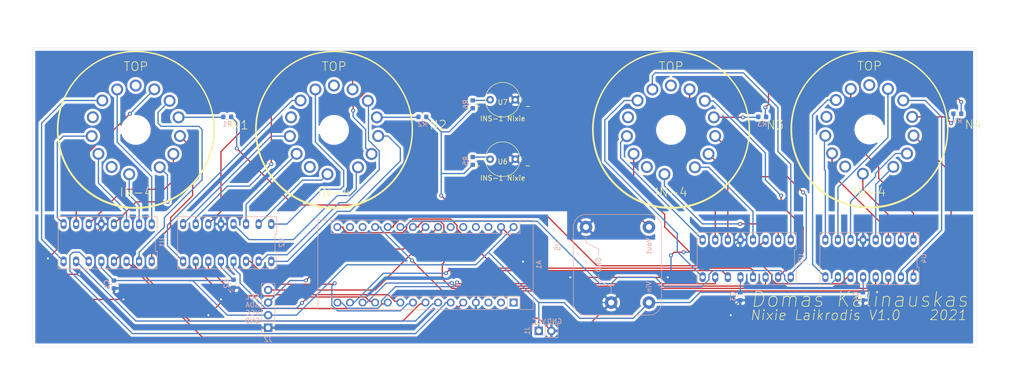
<source format=kicad_pcb>
(kicad_pcb (version 20171130) (host pcbnew "(5.1.6)-1")
  (layers (0 F.Cu signal) (31 B.Cu signal) (34 B.Paste user) (35 F.Paste user) (36 B.SilkS user) (37 F.SilkS user) (38 B.Mask user) (39 F.Mask user) (44 Edge.Cuts user))
  (net 0 "")
  (net 1 D3)
  (net 2 C3)
  (net 3 VCC)
  (net 4 B3)
  (net 5 GND)
  (net 6 A3)
  (net 7 "Net-(A1-Pad28)")
  (net 8 D2)
  (net 9 "Net-(A1-Pad27)")
  (net 10 C2)
  (net 11 "Net-(A1-Pad26)")
  (net 12 B2)
  (net 13 "Net-(A1-Pad25)")
  (net 14 A2)
  (net 15 RTC_SCL)
  (net 16 D1)
  (net 17 RTC_SDA)
  (net 18 C1)
  (net 19 D4)
  (net 20 B1)
  (net 21 C4)
  (net 22 A1)
  (net 23 B4)
  (net 24 A4)
  (net 25 "Net-(A1-Pad3)")
  (net 26 "Net-(A1-Pad18)")
  (net 27 "Net-(A1-Pad2)")
  (net 28 "Net-(A1-Pad17)")
  (net 29 "Net-(A1-Pad1)")
  (net 30 "Net-(N1-PadA3)")
  (net 31 "Net-(N1-Pad9)")
  (net 32 "Net-(N1-Pad8)")
  (net 33 "Net-(N1-Pad7)")
  (net 34 "Net-(N1-Pad6)")
  (net 35 "Net-(N1-Pad5)")
  (net 36 "Net-(N1-Pad4)")
  (net 37 "Net-(N1-Pad3)")
  (net 38 "Net-(N1-Pad2)")
  (net 39 "Net-(N1-Pad1)")
  (net 40 "Net-(N1-Pad0)")
  (net 41 "Net-(N2-PadA3)")
  (net 42 "Net-(N2-Pad9)")
  (net 43 "Net-(N2-Pad8)")
  (net 44 "Net-(N2-Pad7)")
  (net 45 "Net-(N2-Pad6)")
  (net 46 "Net-(N2-Pad5)")
  (net 47 "Net-(N2-Pad4)")
  (net 48 "Net-(N2-Pad3)")
  (net 49 "Net-(N2-Pad2)")
  (net 50 "Net-(N2-Pad1)")
  (net 51 "Net-(N2-Pad0)")
  (net 52 "Net-(N3-PadA3)")
  (net 53 "Net-(N3-Pad9)")
  (net 54 "Net-(N3-Pad8)")
  (net 55 "Net-(N3-Pad7)")
  (net 56 "Net-(N3-Pad6)")
  (net 57 "Net-(N3-Pad5)")
  (net 58 "Net-(N3-Pad4)")
  (net 59 "Net-(N3-Pad3)")
  (net 60 "Net-(N3-Pad2)")
  (net 61 "Net-(N3-Pad1)")
  (net 62 "Net-(N3-Pad0)")
  (net 63 "Net-(N4-PadA3)")
  (net 64 "Net-(N4-Pad9)")
  (net 65 "Net-(N4-Pad8)")
  (net 66 "Net-(N4-Pad7)")
  (net 67 "Net-(N4-Pad6)")
  (net 68 "Net-(N4-Pad5)")
  (net 69 "Net-(N4-Pad4)")
  (net 70 "Net-(N4-Pad3)")
  (net 71 "Net-(N4-Pad2)")
  (net 72 "Net-(N4-Pad1)")
  (net 73 "Net-(N4-Pad0)")
  (net 74 "Net-(R5-Pad1)")
  (net 75 "Net-(R6-Pad1)")
  (net 76 170V_GND)
  (net 77 +170V)
  (module Module:Arduino_Nano (layer B.Cu) (at 116.205 74.93 90)
    (fp_text reference A1 (at 7.62 5.08 270) (layer B.SilkS) (effects (justify mirror)))
    (fp_text value Arduino_Nano_v3.x)
    (pad 16 thru_hole oval (at 15.24 -35.56 90) (size 1.6 1.6) (drill 1) (layers *.Cu *.Mask) (net 1 D3))
    (pad 15 thru_hole oval (at 0 -35.56 90) (size 1.6 1.6) (drill 1) (layers *.Cu *.Mask) (net 2 C3))
    (pad 30 thru_hole oval (at 15.24 0 90) (size 1.6 1.6) (drill 1) (layers *.Cu *.Mask) (net 3 VCC))
    (pad 14 thru_hole oval (at 0 -33.02 90) (size 1.6 1.6) (drill 1) (layers *.Cu *.Mask) (net 4 B3))
    (pad 29 thru_hole oval (at 15.24 -2.54 90) (size 1.6 1.6) (drill 1) (layers *.Cu *.Mask) (net 5 GND))
    (pad 13 thru_hole oval (at 0 -30.48 90) (size 1.6 1.6) (drill 1) (layers *.Cu *.Mask) (net 6 A3))
    (pad 28 thru_hole oval (at 15.24 -5.08 90) (size 1.6 1.6) (drill 1) (layers *.Cu *.Mask) (net 7 "Net-(A1-Pad28)"))
    (pad 12 thru_hole oval (at 0 -27.94 90) (size 1.6 1.6) (drill 1) (layers *.Cu *.Mask) (net 8 D2))
    (pad 27 thru_hole oval (at 15.24 -7.62 90) (size 1.6 1.6) (drill 1) (layers *.Cu *.Mask) (net 9 "Net-(A1-Pad27)"))
    (pad 11 thru_hole oval (at 0 -25.4 90) (size 1.6 1.6) (drill 1) (layers *.Cu *.Mask) (net 10 C2))
    (pad 26 thru_hole oval (at 15.24 -10.16 90) (size 1.6 1.6) (drill 1) (layers *.Cu *.Mask) (net 11 "Net-(A1-Pad26)"))
    (pad 10 thru_hole oval (at 0 -22.86 90) (size 1.6 1.6) (drill 1) (layers *.Cu *.Mask) (net 12 B2))
    (pad 25 thru_hole oval (at 15.24 -12.7 90) (size 1.6 1.6) (drill 1) (layers *.Cu *.Mask) (net 13 "Net-(A1-Pad25)"))
    (pad 9 thru_hole oval (at 0 -20.32 90) (size 1.6 1.6) (drill 1) (layers *.Cu *.Mask) (net 14 A2))
    (pad 24 thru_hole oval (at 15.24 -15.24 90) (size 1.6 1.6) (drill 1) (layers *.Cu *.Mask) (net 15 RTC_SCL))
    (pad 8 thru_hole oval (at 0 -17.78 90) (size 1.6 1.6) (drill 1) (layers *.Cu *.Mask) (net 16 D1))
    (pad 23 thru_hole oval (at 15.24 -17.78 90) (size 1.6 1.6) (drill 1) (layers *.Cu *.Mask) (net 17 RTC_SDA))
    (pad 7 thru_hole oval (at 0 -15.24 90) (size 1.6 1.6) (drill 1) (layers *.Cu *.Mask) (net 18 C1))
    (pad 22 thru_hole oval (at 15.24 -20.32 90) (size 1.6 1.6) (drill 1) (layers *.Cu *.Mask) (net 19 D4))
    (pad 6 thru_hole oval (at 0 -12.7 90) (size 1.6 1.6) (drill 1) (layers *.Cu *.Mask) (net 20 B1))
    (pad 21 thru_hole oval (at 15.24 -22.86 90) (size 1.6 1.6) (drill 1) (layers *.Cu *.Mask) (net 21 C4))
    (pad 5 thru_hole oval (at 0 -10.16 90) (size 1.6 1.6) (drill 1) (layers *.Cu *.Mask) (net 22 A1))
    (pad 20 thru_hole oval (at 15.24 -25.4 90) (size 1.6 1.6) (drill 1) (layers *.Cu *.Mask) (net 23 B4))
    (pad 4 thru_hole oval (at 0 -7.62 90) (size 1.6 1.6) (drill 1) (layers *.Cu *.Mask) (net 5 GND))
    (pad 19 thru_hole oval (at 15.24 -27.94 90) (size 1.6 1.6) (drill 1) (layers *.Cu *.Mask) (net 24 A4))
    (pad 3 thru_hole oval (at 0 -5.08 90) (size 1.6 1.6) (drill 1) (layers *.Cu *.Mask) (net 25 "Net-(A1-Pad3)"))
    (pad 18 thru_hole oval (at 15.24 -30.48 90) (size 1.6 1.6) (drill 1) (layers *.Cu *.Mask) (net 26 "Net-(A1-Pad18)"))
    (pad 2 thru_hole oval (at 0 -2.54 90) (size 1.6 1.6) (drill 1) (layers *.Cu *.Mask) (net 27 "Net-(A1-Pad2)"))
    (pad 17 thru_hole oval (at 15.24 -33.02 90) (size 1.6 1.6) (drill 1) (layers *.Cu *.Mask) (net 28 "Net-(A1-Pad17)"))
    (pad 1 thru_hole rect (at 0 0 90) (size 1.6 1.6) (drill 1) (layers *.Cu *.Mask) (net 29 "Net-(A1-Pad1)"))
  )
  (module Resistor_SMD:R_0603_1608Metric (layer B.Cu) (at 107.95 34.925 270)
    (fp_text reference R6 (at 0 1.43 270) (layer B.SilkS) (effects (justify mirror)))
    (fp_text value 220K)
    (pad 2 smd roundrect (at 0.7875 0 270) (size 0.875 0.95) (layers B.Cu B.Paste B.Mask) (net 77 +170V))
    (pad 1 smd roundrect (at -0.7875 0 270) (size 0.875 0.95) (layers B.Cu B.Paste B.Mask) (net 75 "Net-(R6-Pad1)"))
  )
  (module Resistor_SMD:R_0603_1608Metric (layer B.Cu) (at 107.95 46.355 270)
    (fp_text reference R5 (at 0 1.43 270) (layer B.SilkS) (effects (justify mirror)))
    (fp_text value 220K)
    (pad 2 smd roundrect (at 0.7875 0 270) (size 0.875 0.95) (layers B.Cu B.Paste B.Mask) (net 77 +170V))
    (pad 1 smd roundrect (at -0.7875 0 270) (size 0.875 0.95) (layers B.Cu B.Paste B.Mask) (net 74 "Net-(R5-Pad1)"))
  )
  (module Resistor_SMD:R_0603_1608Metric (layer B.Cu) (at 205.74 36.83)
    (fp_text reference R4 (at 0 1.43) (layer B.SilkS) (effects (justify mirror)))
    (fp_text value 8.2K)
    (pad 2 smd roundrect (at 0.7875 0) (size 0.875 0.95) (layers B.Cu B.Paste B.Mask) (net 77 +170V))
    (pad 1 smd roundrect (at -0.7875 0) (size 0.875 0.95) (layers B.Cu B.Paste B.Mask) (net 63 "Net-(N4-PadA3)"))
  )
  (module Resistor_SMD:R_0603_1608Metric (layer B.Cu) (at 166.37 37.465)
    (fp_text reference R3 (at 0 1.43) (layer B.SilkS) (effects (justify mirror)))
    (fp_text value 8.2K)
    (pad 2 smd roundrect (at 0.7875 0) (size 0.875 0.95) (layers B.Cu B.Paste B.Mask) (net 77 +170V))
    (pad 1 smd roundrect (at -0.7875 0) (size 0.875 0.95) (layers B.Cu B.Paste B.Mask) (net 52 "Net-(N3-PadA3)"))
  )
  (module Resistor_SMD:R_0603_1608Metric (layer B.Cu) (at 97.79 37.465)
    (fp_text reference R2 (at 0 1.43) (layer B.SilkS) (effects (justify mirror)))
    (fp_text value 8.2K)
    (pad 2 smd roundrect (at 0.7875 0) (size 0.875 0.95) (layers B.Cu B.Paste B.Mask) (net 77 +170V))
    (pad 1 smd roundrect (at -0.7875 0) (size 0.875 0.95) (layers B.Cu B.Paste B.Mask) (net 41 "Net-(N2-PadA3)"))
  )
  (module Resistor_SMD:R_0603_1608Metric (layer B.Cu) (at 58.42 37.465)
    (fp_text reference R1 (at 0 1.43) (layer B.SilkS) (effects (justify mirror)))
    (fp_text value 8.2K)
    (pad 2 smd roundrect (at 0.7875 0) (size 0.875 0.95) (layers B.Cu B.Paste B.Mask) (net 77 +170V))
    (pad 1 smd roundrect (at -0.7875 0) (size 0.875 0.95) (layers B.Cu B.Paste B.Mask) (net 30 "Net-(N1-PadA3)"))
  )
  (module Capacitor_SMD:C_0603_1608Metric (layer B.Cu) (at 186.69 73.66 270)
    (fp_text reference C4 (at 0 1.43 270) (layer B.SilkS) (effects (justify mirror)))
    (fp_text value 100nF)
    (pad 2 smd roundrect (at 0.7875 0 270) (size 0.875 0.95) (layers B.Cu B.Paste B.Mask) (net 5 GND))
    (pad 1 smd roundrect (at -0.7875 0 270) (size 0.875 0.95) (layers B.Cu B.Paste B.Mask) (net 3 VCC))
  )
  (module Capacitor_SMD:C_0603_1608Metric (layer B.Cu) (at 161.925 73.66 270)
    (fp_text reference C3 (at 0 1.43 270) (layer B.SilkS) (effects (justify mirror)))
    (fp_text value 100nF)
    (pad 2 smd roundrect (at 0.7875 0 270) (size 0.875 0.95) (layers B.Cu B.Paste B.Mask) (net 5 GND))
    (pad 1 smd roundrect (at -0.7875 0 270) (size 0.875 0.95) (layers B.Cu B.Paste B.Mask) (net 3 VCC))
  )
  (module Capacitor_SMD:C_0603_1608Metric (layer B.Cu) (at 59.69 71.12 270)
    (fp_text reference C2 (at 0 1.43 270) (layer B.SilkS) (effects (justify mirror)))
    (fp_text value 100nF)
    (pad 2 smd roundrect (at 0.7875 0 270) (size 0.875 0.95) (layers B.Cu B.Paste B.Mask) (net 5 GND))
    (pad 1 smd roundrect (at -0.7875 0 270) (size 0.875 0.95) (layers B.Cu B.Paste B.Mask) (net 3 VCC))
  )
  (module Capacitor_SMD:C_0603_1608Metric (layer B.Cu) (at 35.56 71.2725 270)
    (fp_text reference C1 (at 0 1.43 270) (layer B.SilkS) (effects (justify mirror)))
    (fp_text value 100nF)
    (pad 2 smd roundrect (at 0.7875 0 270) (size 0.875 0.95) (layers B.Cu B.Paste B.Mask) (net 5 GND))
    (pad 1 smd roundrect (at -0.7875 0 270) (size 0.875 0.95) (layers B.Cu B.Paste B.Mask) (net 3 VCC))
  )
  (module ins-1:INS-1 (layer F.Cu) (at 114 46)
    (fp_text reference U6 (at 0 0.5) (layer F.SilkS))
    (fp_text value INS-1)
    (fp_text user - (at 5.08 1.27) (layer F.SilkS))
    (fp_text user "INS-1 Nixie" (at 0 3.81) (layer F.SilkS))
    (fp_text user + (at -5.08 1.27) (layer F.SilkS))
    (pad 1 thru_hole circle (at -2.54 0) (size 1.524 1.524) (drill 0.762) (layers *.Cu *.Mask) (net 74 "Net-(R5-Pad1)"))
    (pad 2 thru_hole circle (at 2.54 0) (size 1.524 1.524) (drill 0.762) (layers *.Cu *.Mask) (net 76 170V_GND))
  )
  (module ins-1:INS-1 (layer F.Cu) (at 114 34)
    (fp_text reference U7 (at 0 0.5) (layer F.SilkS))
    (fp_text value INS-1)
    (fp_text user - (at 5.08 1.27) (layer F.SilkS))
    (fp_text user "INS-1 Nixie" (at 0 3.81) (layer F.SilkS))
    (fp_text user + (at -5.08 1.27) (layer F.SilkS))
    (pad 1 thru_hole circle (at -2.54 0) (size 1.524 1.524) (drill 0.762) (layers *.Cu *.Mask) (net 75 "Net-(R6-Pad1)"))
    (pad 2 thru_hole circle (at 2.54 0) (size 1.524 1.524) (drill 0.762) (layers *.Cu *.Mask) (net 76 170V_GND))
  )
  (module psu:NCH8200HV (layer B.Cu) (at 136.525 67.945 90)
    (fp_text reference U5 (at 4.445 -11.43 270) (layer B.SilkS) (effects (justify mirror)))
    (fp_text value NCH8200HV)
    (fp_text user GND (at 0.635 -3.175 270) (layer B.SilkS) (effects (justify mirror)))
    (fp_text user Vout (at 4.445 6.985 270) (layer B.SilkS) (effects (justify mirror)))
    (fp_text user Vin (at -3.81 6.985 270) (layer B.SilkS) (effects (justify mirror)))
    (pad 4 thru_hole circle (at 8.255 -5.715 90) (size 2.54 2.54) (drill 1.2) (layers *.Cu *.Mask) (net 76 170V_GND))
    (pad 3 thru_hole circle (at 8.255 6.985 90) (size 2.54 2.54) (drill 1.2) (layers *.Cu *.Mask) (net 77 +170V))
    (pad 2 thru_hole circle (at -6.985 -0.635 90) (size 2.54 2.54) (drill 1.2) (layers *.Cu *.Mask) (net 5 GND))
    (pad 1 thru_hole circle (at -6.985 6.985 90) (size 2.54 2.54) (drill 1.2) (layers *.Cu *.Mask) (net 3 VCC))
  )
  (module K155ID1:K155ID1 (layer B.Cu) (at 188 66.04 180)
    (fp_text reference U4 (at -10.99 0 270) (layer B.SilkS) (effects (justify mirror)))
    (fp_text value K155ID1)
    (pad 8 thru_hole oval (at 8.89 -3.76 180) (size 1.2 2) (drill 0.8) (layers *.Cu *.Mask) (net 71 "Net-(N4-Pad2)"))
    (pad 9 thru_hole oval (at 8.89 3.76 180) (size 1.2 2) (drill 0.8) (layers *.Cu *.Mask) (net 70 "Net-(N4-Pad3)"))
    (pad 7 thru_hole oval (at 6.35 -3.76 180) (size 1.2 2) (drill 0.8) (layers *.Cu *.Mask) (net 21 C4))
    (pad 10 thru_hole oval (at 6.35 3.76 180) (size 1.2 2) (drill 0.8) (layers *.Cu *.Mask) (net 66 "Net-(N4-Pad7)"))
    (pad 6 thru_hole oval (at 3.81 -3.76 180) (size 1.2 2) (drill 0.8) (layers *.Cu *.Mask) (net 23 B4))
    (pad 11 thru_hole oval (at 3.81 3.76 180) (size 1.2 2) (drill 0.8) (layers *.Cu *.Mask) (net 67 "Net-(N4-Pad6)"))
    (pad 5 thru_hole oval (at 1.27 -3.76 180) (size 1.2 2) (drill 0.8) (layers *.Cu *.Mask) (net 3 VCC))
    (pad 12 thru_hole oval (at 1.27 3.76 180) (size 1.2 2) (drill 0.8) (layers *.Cu *.Mask) (net 5 GND))
    (pad 4 thru_hole oval (at -1.27 -3.76 180) (size 1.2 2) (drill 0.8) (layers *.Cu *.Mask) (net 19 D4))
    (pad 13 thru_hole oval (at -1.27 3.76 180) (size 1.2 2) (drill 0.8) (layers *.Cu *.Mask) (net 69 "Net-(N4-Pad4)"))
    (pad 3 thru_hole oval (at -3.81 -3.76 180) (size 1.2 2) (drill 0.8) (layers *.Cu *.Mask) (net 24 A4))
    (pad 14 thru_hole oval (at -3.81 3.76 180) (size 1.2 2) (drill 0.8) (layers *.Cu *.Mask) (net 68 "Net-(N4-Pad5)"))
    (pad 2 thru_hole oval (at -6.35 -3.76 180) (size 1.2 2) (drill 0.8) (layers *.Cu *.Mask) (net 64 "Net-(N4-Pad9)"))
    (pad 15 thru_hole oval (at -6.35 3.76 180) (size 1.2 2) (drill 0.8) (layers *.Cu *.Mask) (net 72 "Net-(N4-Pad1)"))
    (pad 1 thru_hole oval (at -8.89 -3.76 180) (size 1.2 2) (drill 0.8) (layers *.Cu *.Mask) (net 65 "Net-(N4-Pad8)"))
    (pad 16 thru_hole oval (at -8.89 3.76 180) (size 1.2 2) (drill 0.8) (layers *.Cu *.Mask) (net 73 "Net-(N4-Pad0)"))
  )
  (module K155ID1:K155ID1 (layer B.Cu) (at 163.24 66.04 180)
    (fp_text reference U3 (at -10.99 0 270) (layer B.SilkS) (effects (justify mirror)))
    (fp_text value K155ID1)
    (pad 8 thru_hole oval (at 8.89 -3.76 180) (size 1.2 2) (drill 0.8) (layers *.Cu *.Mask) (net 60 "Net-(N3-Pad2)"))
    (pad 9 thru_hole oval (at 8.89 3.76 180) (size 1.2 2) (drill 0.8) (layers *.Cu *.Mask) (net 59 "Net-(N3-Pad3)"))
    (pad 7 thru_hole oval (at 6.35 -3.76 180) (size 1.2 2) (drill 0.8) (layers *.Cu *.Mask) (net 2 C3))
    (pad 10 thru_hole oval (at 6.35 3.76 180) (size 1.2 2) (drill 0.8) (layers *.Cu *.Mask) (net 55 "Net-(N3-Pad7)"))
    (pad 6 thru_hole oval (at 3.81 -3.76 180) (size 1.2 2) (drill 0.8) (layers *.Cu *.Mask) (net 4 B3))
    (pad 11 thru_hole oval (at 3.81 3.76 180) (size 1.2 2) (drill 0.8) (layers *.Cu *.Mask) (net 56 "Net-(N3-Pad6)"))
    (pad 5 thru_hole oval (at 1.27 -3.76 180) (size 1.2 2) (drill 0.8) (layers *.Cu *.Mask) (net 3 VCC))
    (pad 12 thru_hole oval (at 1.27 3.76 180) (size 1.2 2) (drill 0.8) (layers *.Cu *.Mask) (net 5 GND))
    (pad 4 thru_hole oval (at -1.27 -3.76 180) (size 1.2 2) (drill 0.8) (layers *.Cu *.Mask) (net 1 D3))
    (pad 13 thru_hole oval (at -1.27 3.76 180) (size 1.2 2) (drill 0.8) (layers *.Cu *.Mask) (net 58 "Net-(N3-Pad4)"))
    (pad 3 thru_hole oval (at -3.81 -3.76 180) (size 1.2 2) (drill 0.8) (layers *.Cu *.Mask) (net 6 A3))
    (pad 14 thru_hole oval (at -3.81 3.76 180) (size 1.2 2) (drill 0.8) (layers *.Cu *.Mask) (net 57 "Net-(N3-Pad5)"))
    (pad 2 thru_hole oval (at -6.35 -3.76 180) (size 1.2 2) (drill 0.8) (layers *.Cu *.Mask) (net 53 "Net-(N3-Pad9)"))
    (pad 15 thru_hole oval (at -6.35 3.76 180) (size 1.2 2) (drill 0.8) (layers *.Cu *.Mask) (net 61 "Net-(N3-Pad1)"))
    (pad 1 thru_hole oval (at -8.89 -3.76 180) (size 1.2 2) (drill 0.8) (layers *.Cu *.Mask) (net 54 "Net-(N3-Pad8)"))
    (pad 16 thru_hole oval (at -8.89 3.76 180) (size 1.2 2) (drill 0.8) (layers *.Cu *.Mask) (net 62 "Net-(N3-Pad0)"))
  )
  (module K155ID1:K155ID1 (layer B.Cu) (at 58.41 62.855 180)
    (fp_text reference U2 (at -10.99 0 270) (layer B.SilkS) (effects (justify mirror)))
    (fp_text value K155ID1)
    (pad 8 thru_hole oval (at 8.89 -3.76 180) (size 1.2 2) (drill 0.8) (layers *.Cu *.Mask) (net 49 "Net-(N2-Pad2)"))
    (pad 9 thru_hole oval (at 8.89 3.76 180) (size 1.2 2) (drill 0.8) (layers *.Cu *.Mask) (net 48 "Net-(N2-Pad3)"))
    (pad 7 thru_hole oval (at 6.35 -3.76 180) (size 1.2 2) (drill 0.8) (layers *.Cu *.Mask) (net 10 C2))
    (pad 10 thru_hole oval (at 6.35 3.76 180) (size 1.2 2) (drill 0.8) (layers *.Cu *.Mask) (net 44 "Net-(N2-Pad7)"))
    (pad 6 thru_hole oval (at 3.81 -3.76 180) (size 1.2 2) (drill 0.8) (layers *.Cu *.Mask) (net 12 B2))
    (pad 11 thru_hole oval (at 3.81 3.76 180) (size 1.2 2) (drill 0.8) (layers *.Cu *.Mask) (net 45 "Net-(N2-Pad6)"))
    (pad 5 thru_hole oval (at 1.27 -3.76 180) (size 1.2 2) (drill 0.8) (layers *.Cu *.Mask) (net 3 VCC))
    (pad 12 thru_hole oval (at 1.27 3.76 180) (size 1.2 2) (drill 0.8) (layers *.Cu *.Mask) (net 5 GND))
    (pad 4 thru_hole oval (at -1.27 -3.76 180) (size 1.2 2) (drill 0.8) (layers *.Cu *.Mask) (net 8 D2))
    (pad 13 thru_hole oval (at -1.27 3.76 180) (size 1.2 2) (drill 0.8) (layers *.Cu *.Mask) (net 47 "Net-(N2-Pad4)"))
    (pad 3 thru_hole oval (at -3.81 -3.76 180) (size 1.2 2) (drill 0.8) (layers *.Cu *.Mask) (net 14 A2))
    (pad 14 thru_hole oval (at -3.81 3.76 180) (size 1.2 2) (drill 0.8) (layers *.Cu *.Mask) (net 46 "Net-(N2-Pad5)"))
    (pad 2 thru_hole oval (at -6.35 -3.76 180) (size 1.2 2) (drill 0.8) (layers *.Cu *.Mask) (net 42 "Net-(N2-Pad9)"))
    (pad 15 thru_hole oval (at -6.35 3.76 180) (size 1.2 2) (drill 0.8) (layers *.Cu *.Mask) (net 50 "Net-(N2-Pad1)"))
    (pad 1 thru_hole oval (at -8.89 -3.76 180) (size 1.2 2) (drill 0.8) (layers *.Cu *.Mask) (net 43 "Net-(N2-Pad8)"))
    (pad 16 thru_hole oval (at -8.89 3.76 180) (size 1.2 2) (drill 0.8) (layers *.Cu *.Mask) (net 51 "Net-(N2-Pad0)"))
  )
  (module K155ID1:K155ID1 (layer B.Cu) (at 34.285 62.855 180)
    (fp_text reference U1 (at -10.99 0 270) (layer B.SilkS) (effects (justify mirror)))
    (fp_text value K155ID1)
    (pad 8 thru_hole oval (at 8.89 -3.76 180) (size 1.2 2) (drill 0.8) (layers *.Cu *.Mask) (net 38 "Net-(N1-Pad2)"))
    (pad 9 thru_hole oval (at 8.89 3.76 180) (size 1.2 2) (drill 0.8) (layers *.Cu *.Mask) (net 37 "Net-(N1-Pad3)"))
    (pad 7 thru_hole oval (at 6.35 -3.76 180) (size 1.2 2) (drill 0.8) (layers *.Cu *.Mask) (net 18 C1))
    (pad 10 thru_hole oval (at 6.35 3.76 180) (size 1.2 2) (drill 0.8) (layers *.Cu *.Mask) (net 33 "Net-(N1-Pad7)"))
    (pad 6 thru_hole oval (at 3.81 -3.76 180) (size 1.2 2) (drill 0.8) (layers *.Cu *.Mask) (net 20 B1))
    (pad 11 thru_hole oval (at 3.81 3.76 180) (size 1.2 2) (drill 0.8) (layers *.Cu *.Mask) (net 34 "Net-(N1-Pad6)"))
    (pad 5 thru_hole oval (at 1.27 -3.76 180) (size 1.2 2) (drill 0.8) (layers *.Cu *.Mask) (net 3 VCC))
    (pad 12 thru_hole oval (at 1.27 3.76 180) (size 1.2 2) (drill 0.8) (layers *.Cu *.Mask) (net 5 GND))
    (pad 4 thru_hole oval (at -1.27 -3.76 180) (size 1.2 2) (drill 0.8) (layers *.Cu *.Mask) (net 16 D1))
    (pad 13 thru_hole oval (at -1.27 3.76 180) (size 1.2 2) (drill 0.8) (layers *.Cu *.Mask) (net 36 "Net-(N1-Pad4)"))
    (pad 3 thru_hole oval (at -3.81 -3.76 180) (size 1.2 2) (drill 0.8) (layers *.Cu *.Mask) (net 22 A1))
    (pad 14 thru_hole oval (at -3.81 3.76 180) (size 1.2 2) (drill 0.8) (layers *.Cu *.Mask) (net 35 "Net-(N1-Pad5)"))
    (pad 2 thru_hole oval (at -6.35 -3.76 180) (size 1.2 2) (drill 0.8) (layers *.Cu *.Mask) (net 31 "Net-(N1-Pad9)"))
    (pad 15 thru_hole oval (at -6.35 3.76 180) (size 1.2 2) (drill 0.8) (layers *.Cu *.Mask) (net 39 "Net-(N1-Pad1)"))
    (pad 1 thru_hole oval (at -8.89 -3.76 180) (size 1.2 2) (drill 0.8) (layers *.Cu *.Mask) (net 32 "Net-(N1-Pad8)"))
    (pad 16 thru_hole oval (at -8.89 3.76 180) (size 1.2 2) (drill 0.8) (layers *.Cu *.Mask) (net 40 "Net-(N1-Pad0)"))
  )
  (module nixie:nixies-us-IN-4-DSUB (layer F.Cu) (at 188.033 39.9136)
    (fp_text reference N4 (at 20.955 -0.889) (layer F.SilkS) (effects (font (size 1.778 1.778) (thickness 0.1524))))
    (fp_text value IN-4 (at 0 12.7) (layer F.SilkS) (effects (font (size 1.778 1.778) (thickness 0.1524))))
    (fp_text user TOP (at 0 -12.7) (layer F.SilkS) (effects (font (size 1.778 1.778) (thickness 0.1524))))
    (pad "" np_thru_hole circle (at -0.03302 0.08636) (size 4.99872 4.99872) (drill 4.99872) (layers *.Cu *.Mask))
    (pad N/C thru_hole circle (at -0.06096 -8.86714) (size 2.39776 2.39776) (drill 1.59766) (layers *.Cu *.Mask))
    (pad A3 thru_hole circle (at 8.60044 -2.45364) (size 2.39776 2.39776) (drill 1.59766) (layers *.Cu *.Mask) (net 63 "Net-(N4-PadA3)"))
    (pad A2 thru_hole circle (at -8.70712 -2.46634) (size 2.39776 2.39776) (drill 1.59766) (layers *.Cu *.Mask))
    (pad A1 thru_hole circle (at -4.91744 7.5692) (size 2.39776 2.39776) (drill 1.59766) (layers *.Cu *.Mask))
    (pad 9 thru_hole circle (at 6.78688 -5.77596) (size 2.39776 2.39776) (drill 1.59766) (layers *.Cu *.Mask) (net 64 "Net-(N4-Pad9)"))
    (pad 8 thru_hole circle (at 8.8773 1.3208) (size 2.39776 2.39776) (drill 1.59766) (layers *.Cu *.Mask) (net 65 "Net-(N4-Pad8)"))
    (pad 7 thru_hole circle (at 3.70586 -8.10006) (size 2.39776 2.39776) (drill 1.59766) (layers *.Cu *.Mask) (net 66 "Net-(N4-Pad7)"))
    (pad 6 thru_hole circle (at 7.54634 4.94284) (size 2.39776 2.39776) (drill 1.59766) (layers *.Cu *.Mask) (net 67 "Net-(N4-Pad6)"))
    (pad 5 thru_hole circle (at -7.57682 4.91236) (size 2.39776 2.39776) (drill 1.59766) (layers *.Cu *.Mask) (net 68 "Net-(N4-Pad5)"))
    (pad 4 thru_hole circle (at 4.79298 7.63016) (size 2.39776 2.39776) (drill 1.59766) (layers *.Cu *.Mask) (net 69 "Net-(N4-Pad4)"))
    (pad 3 thru_hole circle (at -8.93572 1.35128) (size 2.39776 2.39776) (drill 1.59766) (layers *.Cu *.Mask) (net 70 "Net-(N4-Pad3)"))
    (pad 2 thru_hole circle (at -6.7818 -5.84708) (size 2.39776 2.39776) (drill 1.59766) (layers *.Cu *.Mask) (net 71 "Net-(N4-Pad2)"))
    (pad 1 thru_hole circle (at -1.36144 9.02462) (size 2.39776 2.39776) (drill 1.59766) (layers *.Cu *.Mask) (net 72 "Net-(N4-Pad1)"))
    (pad 0 thru_hole circle (at -3.79222 -8.08228) (size 2.39776 2.39776) (drill 1.59766) (layers *.Cu *.Mask) (net 73 "Net-(N4-Pad0)"))
  )
  (module nixie:nixies-us-IN-4-DSUB (layer F.Cu) (at 148 40)
    (fp_text reference N3 (at 20.955 -0.889) (layer F.SilkS) (effects (font (size 1.778 1.778) (thickness 0.1524))))
    (fp_text value IN-4 (at 0 12.7) (layer F.SilkS) (effects (font (size 1.778 1.778) (thickness 0.1524))))
    (fp_text user TOP (at 0 -12.7) (layer F.SilkS) (effects (font (size 1.778 1.778) (thickness 0.1524))))
    (pad "" np_thru_hole circle (at -0.03302 0.08636) (size 4.99872 4.99872) (drill 4.99872) (layers *.Cu *.Mask))
    (pad N/C thru_hole circle (at -0.06096 -8.86714) (size 2.39776 2.39776) (drill 1.59766) (layers *.Cu *.Mask))
    (pad A3 thru_hole circle (at 8.60044 -2.45364) (size 2.39776 2.39776) (drill 1.59766) (layers *.Cu *.Mask) (net 52 "Net-(N3-PadA3)"))
    (pad A2 thru_hole circle (at -8.70712 -2.46634) (size 2.39776 2.39776) (drill 1.59766) (layers *.Cu *.Mask))
    (pad A1 thru_hole circle (at -4.91744 7.5692) (size 2.39776 2.39776) (drill 1.59766) (layers *.Cu *.Mask))
    (pad 9 thru_hole circle (at 6.78688 -5.77596) (size 2.39776 2.39776) (drill 1.59766) (layers *.Cu *.Mask) (net 53 "Net-(N3-Pad9)"))
    (pad 8 thru_hole circle (at 8.8773 1.3208) (size 2.39776 2.39776) (drill 1.59766) (layers *.Cu *.Mask) (net 54 "Net-(N3-Pad8)"))
    (pad 7 thru_hole circle (at 3.70586 -8.10006) (size 2.39776 2.39776) (drill 1.59766) (layers *.Cu *.Mask) (net 55 "Net-(N3-Pad7)"))
    (pad 6 thru_hole circle (at 7.54634 4.94284) (size 2.39776 2.39776) (drill 1.59766) (layers *.Cu *.Mask) (net 56 "Net-(N3-Pad6)"))
    (pad 5 thru_hole circle (at -7.57682 4.91236) (size 2.39776 2.39776) (drill 1.59766) (layers *.Cu *.Mask) (net 57 "Net-(N3-Pad5)"))
    (pad 4 thru_hole circle (at 4.79298 7.63016) (size 2.39776 2.39776) (drill 1.59766) (layers *.Cu *.Mask) (net 58 "Net-(N3-Pad4)"))
    (pad 3 thru_hole circle (at -8.93572 1.35128) (size 2.39776 2.39776) (drill 1.59766) (layers *.Cu *.Mask) (net 59 "Net-(N3-Pad3)"))
    (pad 2 thru_hole circle (at -6.7818 -5.84708) (size 2.39776 2.39776) (drill 1.59766) (layers *.Cu *.Mask) (net 60 "Net-(N3-Pad2)"))
    (pad 1 thru_hole circle (at -1.36144 9.02462) (size 2.39776 2.39776) (drill 1.59766) (layers *.Cu *.Mask) (net 61 "Net-(N3-Pad1)"))
    (pad 0 thru_hole circle (at -3.79222 -8.08228) (size 2.39776 2.39776) (drill 1.59766) (layers *.Cu *.Mask) (net 62 "Net-(N3-Pad0)"))
  )
  (module nixie:nixies-us-IN-4-DSUB (layer F.Cu) (at 80 40)
    (fp_text reference N2 (at 20.955 -0.889) (layer F.SilkS) (effects (font (size 1.778 1.778) (thickness 0.1524))))
    (fp_text value IN-4 (at 0 12.7) (layer F.SilkS) (effects (font (size 1.778 1.778) (thickness 0.1524))))
    (fp_text user TOP (at 0 -12.7) (layer F.SilkS) (effects (font (size 1.778 1.778) (thickness 0.1524))))
    (pad "" np_thru_hole circle (at -0.03302 0.08636) (size 4.99872 4.99872) (drill 4.99872) (layers *.Cu *.Mask))
    (pad N/C thru_hole circle (at -0.06096 -8.86714) (size 2.39776 2.39776) (drill 1.59766) (layers *.Cu *.Mask))
    (pad A3 thru_hole circle (at 8.60044 -2.45364) (size 2.39776 2.39776) (drill 1.59766) (layers *.Cu *.Mask) (net 41 "Net-(N2-PadA3)"))
    (pad A2 thru_hole circle (at -8.70712 -2.46634) (size 2.39776 2.39776) (drill 1.59766) (layers *.Cu *.Mask))
    (pad A1 thru_hole circle (at -4.91744 7.5692) (size 2.39776 2.39776) (drill 1.59766) (layers *.Cu *.Mask))
    (pad 9 thru_hole circle (at 6.78688 -5.77596) (size 2.39776 2.39776) (drill 1.59766) (layers *.Cu *.Mask) (net 42 "Net-(N2-Pad9)"))
    (pad 8 thru_hole circle (at 8.8773 1.3208) (size 2.39776 2.39776) (drill 1.59766) (layers *.Cu *.Mask) (net 43 "Net-(N2-Pad8)"))
    (pad 7 thru_hole circle (at 3.70586 -8.10006) (size 2.39776 2.39776) (drill 1.59766) (layers *.Cu *.Mask) (net 44 "Net-(N2-Pad7)"))
    (pad 6 thru_hole circle (at 7.54634 4.94284) (size 2.39776 2.39776) (drill 1.59766) (layers *.Cu *.Mask) (net 45 "Net-(N2-Pad6)"))
    (pad 5 thru_hole circle (at -7.57682 4.91236) (size 2.39776 2.39776) (drill 1.59766) (layers *.Cu *.Mask) (net 46 "Net-(N2-Pad5)"))
    (pad 4 thru_hole circle (at 4.79298 7.63016) (size 2.39776 2.39776) (drill 1.59766) (layers *.Cu *.Mask) (net 47 "Net-(N2-Pad4)"))
    (pad 3 thru_hole circle (at -8.93572 1.35128) (size 2.39776 2.39776) (drill 1.59766) (layers *.Cu *.Mask) (net 48 "Net-(N2-Pad3)"))
    (pad 2 thru_hole circle (at -6.7818 -5.84708) (size 2.39776 2.39776) (drill 1.59766) (layers *.Cu *.Mask) (net 49 "Net-(N2-Pad2)"))
    (pad 1 thru_hole circle (at -1.36144 9.02462) (size 2.39776 2.39776) (drill 1.59766) (layers *.Cu *.Mask) (net 50 "Net-(N2-Pad1)"))
    (pad 0 thru_hole circle (at -3.79222 -8.08228) (size 2.39776 2.39776) (drill 1.59766) (layers *.Cu *.Mask) (net 51 "Net-(N2-Pad0)"))
  )
  (module nixie:nixies-us-IN-4-DSUB (layer F.Cu) (at 40 40)
    (fp_text reference N1 (at 20.955 -0.889) (layer F.SilkS) (effects (font (size 1.778 1.778) (thickness 0.1524))))
    (fp_text value IN-4 (at 0 12.7) (layer F.SilkS) (effects (font (size 1.778 1.778) (thickness 0.1524))))
    (fp_text user TOP (at 0 -12.7) (layer F.SilkS) (effects (font (size 1.778 1.778) (thickness 0.1524))))
    (pad "" np_thru_hole circle (at -0.03302 0.08636) (size 4.99872 4.99872) (drill 4.99872) (layers *.Cu *.Mask))
    (pad N/C thru_hole circle (at -0.06096 -8.86714) (size 2.39776 2.39776) (drill 1.59766) (layers *.Cu *.Mask))
    (pad A3 thru_hole circle (at 8.60044 -2.45364) (size 2.39776 2.39776) (drill 1.59766) (layers *.Cu *.Mask) (net 30 "Net-(N1-PadA3)"))
    (pad A2 thru_hole circle (at -8.70712 -2.46634) (size 2.39776 2.39776) (drill 1.59766) (layers *.Cu *.Mask))
    (pad A1 thru_hole circle (at -4.91744 7.5692) (size 2.39776 2.39776) (drill 1.59766) (layers *.Cu *.Mask))
    (pad 9 thru_hole circle (at 6.78688 -5.77596) (size 2.39776 2.39776) (drill 1.59766) (layers *.Cu *.Mask) (net 31 "Net-(N1-Pad9)"))
    (pad 8 thru_hole circle (at 8.8773 1.3208) (size 2.39776 2.39776) (drill 1.59766) (layers *.Cu *.Mask) (net 32 "Net-(N1-Pad8)"))
    (pad 7 thru_hole circle (at 3.70586 -8.10006) (size 2.39776 2.39776) (drill 1.59766) (layers *.Cu *.Mask) (net 33 "Net-(N1-Pad7)"))
    (pad 6 thru_hole circle (at 7.54634 4.94284) (size 2.39776 2.39776) (drill 1.59766) (layers *.Cu *.Mask) (net 34 "Net-(N1-Pad6)"))
    (pad 5 thru_hole circle (at -7.57682 4.91236) (size 2.39776 2.39776) (drill 1.59766) (layers *.Cu *.Mask) (net 35 "Net-(N1-Pad5)"))
    (pad 4 thru_hole circle (at 4.79298 7.63016) (size 2.39776 2.39776) (drill 1.59766) (layers *.Cu *.Mask) (net 36 "Net-(N1-Pad4)"))
    (pad 3 thru_hole circle (at -8.93572 1.35128) (size 2.39776 2.39776) (drill 1.59766) (layers *.Cu *.Mask) (net 37 "Net-(N1-Pad3)"))
    (pad 2 thru_hole circle (at -6.7818 -5.84708) (size 2.39776 2.39776) (drill 1.59766) (layers *.Cu *.Mask) (net 38 "Net-(N1-Pad2)"))
    (pad 1 thru_hole circle (at -1.36144 9.02462) (size 2.39776 2.39776) (drill 1.59766) (layers *.Cu *.Mask) (net 39 "Net-(N1-Pad1)"))
    (pad 0 thru_hole circle (at -3.79222 -8.08228) (size 2.39776 2.39776) (drill 1.59766) (layers *.Cu *.Mask) (net 40 "Net-(N1-Pad0)"))
  )
  (module Connector_PinHeader_2.54mm:PinHeader_1x04_P2.54mm_Vertical (layer B.Cu) (at 66.675 80.01)
    (fp_text reference J2 (at 0 2.33) (layer B.SilkS) (effects (justify mirror)))
    (fp_text value "RTC Clock Headers")
    (pad 4 thru_hole oval (at 0 -7.62) (size 1.7 1.7) (drill 1) (layers *.Cu *.Mask) (net 15 RTC_SCL))
    (pad 3 thru_hole oval (at 0 -5.08) (size 1.7 1.7) (drill 1) (layers *.Cu *.Mask) (net 17 RTC_SDA))
    (pad 2 thru_hole oval (at 0 -2.54) (size 1.7 1.7) (drill 1) (layers *.Cu *.Mask) (net 3 VCC))
    (pad 1 thru_hole rect (at 0 0) (size 1.7 1.7) (drill 1) (layers *.Cu *.Mask) (net 5 GND))
  )
  (module Connector_PinHeader_2.54mm:PinHeader_1x02_P2.54mm_Vertical (layer B.Cu) (at 121.285 80.645 270)
    (fp_text reference J1 (at 0 2.33 270) (layer B.SilkS) (effects (justify mirror)))
    (fp_text value 5V_POWER_INPUT)
    (pad 2 thru_hole oval (at 0 -2.54 270) (size 1.7 1.7) (drill 1) (layers *.Cu *.Mask) (net 5 GND))
    (pad 1 thru_hole rect (at 0 0 270) (size 1.7 1.7) (drill 1) (layers *.Cu *.Mask) (net 3 VCC))
  )
  (gr_line (start 19.05 23.495) (end 209.55 23.495) (layer Edge.Cuts) (width 0.05))
  (gr_line (start 19.05 83.82) (end 19.05 23.495) (layer Edge.Cuts) (width 0.05))
  (gr_line (start 209.55 83.82) (end 19.05 83.82) (layer Edge.Cuts) (width 0.05))
  (gr_line (start 209.55 23.495) (end 209.55 83.82) (layer Edge.Cuts) (width 0.05))
  (gr_text 2021 (at 203.835 77.47) (layer F.SilkS) (effects (font (size 2 2) (thickness 0.15) italic)))
  (gr_text "Nixie Laikrodis V1.0" (at 179.07 77.47) (layer F.SilkS) (effects (font (size 2 2) (thickness 0.15) italic)))
  (gr_text "Domas Kalinauskas" (at 186.055 74.295) (layer F.SilkS) (effects (font (size 3 3) (thickness 0.15) italic)))
  (gr_text GND (at 124.46 78.74) (layer B.SilkS) (effects (font (size 1 1)) (justify mirror)))
  (gr_text VCC (at 121.285 78.74) (layer B.SilkS) (effects (font (size 1 1)) (justify mirror)))
  (gr_text "SCL\nSDA\nVCC\nGND" (at 63.5 76.2) (layer B.SilkS) (effects (font (size 1 1)) (justify mirror)))
  (segment (start 164.51 69.8) (end 164.51 68.4747) (width 0.25) (layer F.Cu) (net 1))
  (segment (start 80.645 59.69) (end 81.7703 59.69) (width 0.25) (layer F.Cu) (net 1))
  (segment (start 81.7703 59.69) (end 81.7703 59.9713) (width 0.25) (layer F.Cu) (net 1))
  (segment (start 81.7703 59.9713) (end 82.6283 60.8293) (width 0.25) (layer F.Cu) (net 1))
  (segment (start 82.6283 60.8293) (end 93.8006 60.8293) (width 0.25) (layer F.Cu) (net 1))
  (segment (start 93.8006 60.8293) (end 94.615 60.0149) (width 0.25) (layer F.Cu) (net 1))
  (segment (start 94.615 60.0149) (end 94.615 59.3425) (width 0.25) (layer F.Cu) (net 1))
  (segment (start 94.615 59.3425) (end 95.8664 58.0911) (width 0.25) (layer F.Cu) (net 1))
  (segment (start 95.8664 58.0911) (end 103.5172 58.0911) (width 0.25) (layer F.Cu) (net 1))
  (segment (start 103.5172 58.0911) (end 104.775 59.3489) (width 0.25) (layer F.Cu) (net 1))
  (segment (start 104.775 59.3489) (end 104.775 60.0897) (width 0.25) (layer F.Cu) (net 1))
  (segment (start 104.775 60.0897) (end 112.6771 67.9918) (width 0.25) (layer F.Cu) (net 1))
  (segment (start 112.6771 67.9918) (end 164.0271 67.9918) (width 0.25) (layer F.Cu) (net 1))
  (segment (start 164.0271 67.9918) (end 164.51 68.4747) (width 0.25) (layer F.Cu) (net 1))
  (segment (start 156.89 71.1253) (end 105.0604 71.1253) (width 0.25) (layer F.Cu) (net 2))
  (segment (start 105.0604 71.1253) (end 104.8057 70.8706) (width 0.25) (layer F.Cu) (net 2))
  (segment (start 156.89 69.8) (end 156.89 71.1253) (width 0.25) (layer F.Cu) (net 2))
  (via (at 104.8057 70.8706) (size 0.8) (layers F.Cu B.Cu) (net 2))
  (segment (start 104.8057 70.9487) (end 104.8057 70.8706) (width 0.25) (layer B.Cu) (net 2))
  (segment (start 104.0371 71.7173) (end 104.8057 70.9487) (width 0.25) (layer B.Cu) (net 2))
  (segment (start 92.3707 71.7173) (end 104.0371 71.7173) (width 0.25) (layer B.Cu) (net 2))
  (segment (start 89.535 74.553) (end 92.3707 71.7173) (width 0.25) (layer B.Cu) (net 2))
  (segment (start 82.657 76.098) (end 88.7385 76.098) (width 0.25) (layer B.Cu) (net 2))
  (segment (start 80.645 74.93) (end 81.489 74.93) (width 0.25) (layer B.Cu) (net 2))
  (segment (start 81.489 74.93) (end 82.657 76.098) (width 0.25) (layer B.Cu) (net 2))
  (segment (start 89.535 75.3015) (end 89.535 74.553) (width 0.25) (layer B.Cu) (net 2))
  (segment (start 88.7385 76.098) (end 89.535 75.3015) (width 0.25) (layer B.Cu) (net 2))
  (segment (start 50.8 70.485) (end 51.435 70.485) (width 0.25) (layer B.Cu) (net 3))
  (segment (start 161.925 72.8725) (end 186.69 72.8725) (width 0.25) (layer B.Cu) (net 3))
  (segment (start 143.51 74.93) (end 151.765 74.93) (width 0.25) (layer B.Cu) (net 3))
  (segment (start 151.765 74.93) (end 153.822 72.8725) (width 0.25) (layer B.Cu) (net 3))
  (segment (start 153.822 72.8725) (end 161.925 72.8725) (width 0.25) (layer B.Cu) (net 3))
  (segment (start 121.285 74.93) (end 126.365 74.93) (width 0.25) (layer B.Cu) (net 3))
  (segment (start 126.365 74.93) (end 129.54 78.105) (width 0.25) (layer B.Cu) (net 3))
  (segment (start 129.54 78.105) (end 140.335 78.105) (width 0.25) (layer B.Cu) (net 3))
  (segment (start 140.335 78.105) (end 143.51 74.93) (width 0.25) (layer B.Cu) (net 3))
  (segment (start 121.285 74.93) (end 121.285 80.645) (width 0.25) (layer B.Cu) (net 3))
  (segment (start 66.675 77.47) (end 72.39 77.47) (width 0.25) (layer B.Cu) (net 3))
  (segment (start 72.39 77.47) (end 82.55 67.31) (width 0.25) (layer B.Cu) (net 3))
  (segment (start 82.55 67.31) (end 108.585 67.31) (width 0.25) (layer B.Cu) (net 3))
  (segment (start 108.585 67.31) (end 111.125 64.77) (width 0.25) (layer B.Cu) (net 3))
  (segment (start 111.125 64.77) (end 116.205 59.69) (width 0.25) (layer B.Cu) (net 3))
  (segment (start 111.125 64.77) (end 121.285 74.93) (width 0.25) (layer B.Cu) (net 3))
  (segment (start 51.435 70.485) (end 58.42 77.47) (width 0.25) (layer B.Cu) (net 3))
  (segment (start 58.42 77.47) (end 66.675 77.47) (width 0.25) (layer B.Cu) (net 3))
  (segment (start 35.56 70.485) (end 50.8 70.485) (width 0.25) (layer B.Cu) (net 3))
  (segment (start 50.8 70.485) (end 51.435 70.485) (width 0.25) (layer B.Cu) (net 3))
  (segment (start 51.435 70.485) (end 59.5375 70.485) (width 0.25) (layer B.Cu) (net 3))
  (segment (start 59.5375 70.485) (end 59.69 70.3325) (width 0.25) (layer B.Cu) (net 3))
  (segment (start 186.73 69.8) (end 186.73 72.8325) (width 0.25) (layer B.Cu) (net 3))
  (segment (start 186.73 72.8325) (end 186.69 72.8725) (width 0.25) (layer B.Cu) (net 3))
  (segment (start 161.97 69.8) (end 161.97 72.8275) (width 0.25) (layer B.Cu) (net 3))
  (segment (start 161.97 72.8275) (end 161.925 72.8725) (width 0.25) (layer B.Cu) (net 3))
  (segment (start 57.14 66.615) (end 57.14 67.7825) (width 0.25) (layer B.Cu) (net 3))
  (segment (start 57.14 67.7825) (end 59.69 70.3325) (width 0.25) (layer B.Cu) (net 3))
  (segment (start 33.015 66.615) (end 33.015 67.94) (width 0.25) (layer B.Cu) (net 3))
  (segment (start 33.015 67.94) (end 35.56 70.485) (width 0.25) (layer B.Cu) (net 3))
  (segment (start 102.5462 69.0129) (end 103.0844 68.4747) (width 0.25) (layer F.Cu) (net 4))
  (via (at 102.5462 69.0129) (size 0.8) (layers F.Cu B.Cu) (net 4))
  (segment (start 159.43 69.6844) (end 158.2203 68.4747) (width 0.25) (layer F.Cu) (net 4))
  (segment (start 159.43 69.8) (end 159.43 69.6844) (width 0.25) (layer F.Cu) (net 4))
  (segment (start 103.0844 68.4747) (end 158.2203 68.4747) (width 0.25) (layer F.Cu) (net 4))
  (segment (start 89.9461 69.0129) (end 102.5462 69.0129) (width 0.25) (layer B.Cu) (net 4))
  (segment (start 83.185 74.93) (end 84.029 74.93) (width 0.25) (layer B.Cu) (net 4))
  (segment (start 84.029 74.93) (end 89.9461 69.0129) (width 0.25) (layer B.Cu) (net 4))
  (segment (start 35.56 72.06) (end 36.5 72.06) (width 0.25) (layer B.Cu) (net 5))
  (segment (start 36.5 72.06) (end 37.465 73.025) (width 0.25) (layer B.Cu) (net 5))
  (segment (start 37.465 73.025) (end 37.465 74.295) (width 0.25) (layer B.Cu) (net 5))
  (segment (start 59.69 71.9075) (end 59.5375 71.9075) (width 0.25) (layer B.Cu) (net 5))
  (segment (start 59.5375 71.9075) (end 57.15 74.295) (width 0.25) (layer B.Cu) (net 5))
  (segment (start 57.15 74.295) (end 57.15 74.295) (width 0.25) (layer B.Cu) (net 5))
  (via (at 57.15 74.295) (size 0.8) (drill 0.4) (layers F.Cu B.Cu) (net 5))
  (segment (start 37.465 74.295) (end 37.465 74.295) (width 0.25) (layer B.Cu) (net 5))
  (via (at 37.465 74.295) (size 0.8) (drill 0.4) (layers F.Cu B.Cu) (net 5))
  (segment (start 57.15 74.295) (end 57.15 74.93) (width 0.25) (layer F.Cu) (net 5))
  (segment (start 57.15 74.93) (end 54.61 77.47) (width 0.25) (layer F.Cu) (net 5))
  (segment (start 33.015 59.695) (end 33.015 59.095) (width 0.25) (layer F.Cu) (net 5))
  (segment (start 29.21 63.5) (end 33.015 59.695) (width 0.25) (layer F.Cu) (net 5))
  (segment (start 26.67 74.295) (end 22.225 69.85) (width 0.25) (layer F.Cu) (net 5))
  (segment (start 37.465 74.295) (end 26.67 74.295) (width 0.25) (layer F.Cu) (net 5))
  (segment (start 24.765 63.5) (end 29.21 63.5) (width 0.25) (layer F.Cu) (net 5))
  (segment (start 22.225 69.85) (end 22.225 66.04) (width 0.25) (layer F.Cu) (net 5))
  (segment (start 22.225 66.04) (end 24.765 63.5) (width 0.25) (layer F.Cu) (net 5))
  (segment (start 54.61 77.47) (end 54.61 77.47) (width 0.25) (layer F.Cu) (net 5))
  (via (at 54.61 77.47) (size 0.8) (drill 0.4) (layers F.Cu B.Cu) (net 5))
  (segment (start 50.165 73.025) (end 54.61 77.47) (width 0.25) (layer B.Cu) (net 5))
  (segment (start 37.465 73.025) (end 50.165 73.025) (width 0.25) (layer B.Cu) (net 5))
  (segment (start 108.585 74.93) (end 108.585 76.2) (width 0.25) (layer F.Cu) (net 5))
  (segment (start 108.585 76.2) (end 110.49 78.105) (width 0.25) (layer F.Cu) (net 5))
  (segment (start 121.285 78.105) (end 123.825 80.645) (width 0.25) (layer F.Cu) (net 5))
  (segment (start 110.49 78.105) (end 121.285 78.105) (width 0.25) (layer F.Cu) (net 5))
  (segment (start 130.175 80.645) (end 135.89 74.93) (width 0.25) (layer F.Cu) (net 5))
  (segment (start 123.825 80.645) (end 130.175 80.645) (width 0.25) (layer F.Cu) (net 5))
  (segment (start 130.175 80.645) (end 155.575 80.645) (width 0.25) (layer F.Cu) (net 5))
  (segment (start 155.575 80.645) (end 158.75 77.47) (width 0.25) (layer F.Cu) (net 5))
  (segment (start 158.75 77.47) (end 160.02 77.47) (width 0.25) (layer F.Cu) (net 5))
  (segment (start 160.02 77.47) (end 160.02 77.47) (width 0.25) (layer F.Cu) (net 5))
  (via (at 160.02 77.47) (size 0.8) (drill 0.4) (layers F.Cu B.Cu) (net 5))
  (segment (start 160.02 76.3525) (end 161.925 74.4475) (width 0.25) (layer B.Cu) (net 5))
  (segment (start 160.02 77.47) (end 160.02 76.3525) (width 0.25) (layer B.Cu) (net 5))
  (segment (start 161.97 62.28) (end 159.48 64.77) (width 0.25) (layer B.Cu) (net 5))
  (segment (start 159.48 64.77) (end 150.495 64.77) (width 0.25) (layer B.Cu) (net 5))
  (segment (start 150.495 64.77) (end 150.495 64.77) (width 0.25) (layer B.Cu) (net 5))
  (via (at 150.495 64.77) (size 0.8) (drill 0.4) (layers F.Cu B.Cu) (net 5))
  (segment (start 150.495 64.77) (end 148.59 64.77) (width 0.25) (layer F.Cu) (net 5))
  (segment (start 148.59 64.77) (end 147.955 65.405) (width 0.25) (layer F.Cu) (net 5))
  (segment (start 147.955 65.405) (end 147.955 65.405) (width 0.25) (layer F.Cu) (net 5))
  (via (at 147.955 65.405) (size 0.8) (drill 0.4) (layers F.Cu B.Cu) (net 5))
  (segment (start 147.955 65.405) (end 147.955 68.58) (width 0.25) (layer B.Cu) (net 5))
  (segment (start 147.955 68.58) (end 147.955 69.215) (width 0.25) (layer B.Cu) (net 5))
  (segment (start 147.955 69.215) (end 147.32 69.85) (width 0.25) (layer B.Cu) (net 5))
  (segment (start 147.32 69.85) (end 147.32 69.85) (width 0.25) (layer B.Cu) (net 5))
  (via (at 147.32 69.85) (size 0.8) (drill 0.4) (layers F.Cu B.Cu) (net 5))
  (segment (start 147.32 69.85) (end 127.635 69.85) (width 0.25) (layer F.Cu) (net 5))
  (segment (start 127.635 69.85) (end 127.635 69.85) (width 0.25) (layer F.Cu) (net 5))
  (via (at 127.635 69.85) (size 0.8) (drill 0.4) (layers F.Cu B.Cu) (net 5))
  (segment (start 127.635 69.85) (end 127.635 71.755) (width 0.25) (layer B.Cu) (net 5))
  (segment (start 130.81 74.93) (end 135.89 74.93) (width 0.25) (layer B.Cu) (net 5))
  (segment (start 127.635 71.755) (end 130.81 74.93) (width 0.25) (layer B.Cu) (net 5))
  (via (at 28.575 69.215) (size 0.8) (drill 0.4) (layers F.Cu B.Cu) (net 5))
  (segment (start 28.575 69.215) (end 25.4 69.215) (width 0.25) (layer F.Cu) (net 5))
  (segment (start 24.765 69.85) (end 22.225 69.85) (width 0.25) (layer F.Cu) (net 5))
  (segment (start 25.4 69.215) (end 24.765 69.85) (width 0.25) (layer F.Cu) (net 5))
  (segment (start 113.665 59.69) (end 118.11 64.135) (width 0.25) (layer F.Cu) (net 5))
  (segment (start 127.635 69.85) (end 121.285 69.85) (width 0.25) (layer B.Cu) (net 5))
  (segment (start 121.285 69.85) (end 118.11 66.675) (width 0.25) (layer B.Cu) (net 5))
  (segment (start 118.11 66.675) (end 118.11 66.675) (width 0.25) (layer B.Cu) (net 5))
  (via (at 118.11 66.675) (size 0.8) (drill 0.4) (layers F.Cu B.Cu) (net 5))
  (segment (start 118.11 64.135) (end 118.11 66.675) (width 0.25) (layer F.Cu) (net 5))
  (segment (start 22.225 66.04) (end 22.225 66.04) (width 0.25) (layer F.Cu) (net 5))
  (via (at 22.225 66.04) (size 0.8) (drill 0.4) (layers F.Cu B.Cu) (net 5))
  (segment (start 167.05 69.8) (end 167.05 71.1253) (width 0.25) (layer F.Cu) (net 6))
  (segment (start 103.7366 70.992) (end 104.3559 71.6113) (width 0.25) (layer F.Cu) (net 6))
  (segment (start 104.3559 71.6113) (end 166.564 71.6113) (width 0.25) (layer F.Cu) (net 6))
  (segment (start 166.564 71.6113) (end 167.05 71.1253) (width 0.25) (layer F.Cu) (net 6))
  (via (at 103.7366 70.992) (size 0.8) (layers F.Cu B.Cu) (net 6))
  (segment (start 90.507 70.992) (end 103.7366 70.992) (width 0.25) (layer B.Cu) (net 6))
  (segment (start 85.725 74.93) (end 86.569 74.93) (width 0.25) (layer B.Cu) (net 6))
  (segment (start 86.569 74.93) (end 90.507 70.992) (width 0.25) (layer B.Cu) (net 6))
  (segment (start 59.68 66.615) (end 59.68 67.9403) (width 0.25) (layer B.Cu) (net 8))
  (segment (start 73.5181 74.9866) (end 72.3963 76.1084) (width 0.25) (layer B.Cu) (net 8))
  (segment (start 72.3963 76.1084) (end 66.1406 76.1084) (width 0.25) (layer B.Cu) (net 8))
  (segment (start 66.1406 76.1084) (end 61.0053 70.9731) (width 0.25) (layer B.Cu) (net 8))
  (segment (start 61.0053 70.9731) (end 61.0053 69.2656) (width 0.25) (layer B.Cu) (net 8))
  (segment (start 61.0053 69.2656) (end 59.68 67.9403) (width 0.25) (layer B.Cu) (net 8))
  (segment (start 87.1397 74.681) (end 86.2634 73.8047) (width 0.25) (layer F.Cu) (net 8))
  (segment (start 86.2634 73.8047) (end 74.7 73.8047) (width 0.25) (layer F.Cu) (net 8))
  (segment (start 74.7 73.8047) (end 73.5181 74.9866) (width 0.25) (layer F.Cu) (net 8))
  (via (at 73.5181 74.9866) (size 0.8) (layers F.Cu B.Cu) (net 8))
  (segment (start 88.016 74.681) (end 88.265 74.93) (width 0.25) (layer F.Cu) (net 8))
  (segment (start 87.1397 74.681) (end 88.016 74.681) (width 0.25) (layer F.Cu) (net 8))
  (segment (start 52.06 66.615) (end 52.06 67.9403) (width 0.25) (layer F.Cu) (net 10))
  (segment (start 89.6797 75.2113) (end 88.771 76.12) (width 0.25) (layer F.Cu) (net 10))
  (segment (start 88.771 76.12) (end 60.2397 76.12) (width 0.25) (layer F.Cu) (net 10))
  (segment (start 60.2397 76.12) (end 52.06 67.9403) (width 0.25) (layer F.Cu) (net 10))
  (segment (start 90.5237 75.2113) (end 90.805 74.93) (width 0.25) (layer F.Cu) (net 10))
  (segment (start 89.6797 75.2113) (end 90.5237 75.2113) (width 0.25) (layer F.Cu) (net 10))
  (segment (start 54.6 66.615) (end 54.6 67.9403) (width 0.25) (layer F.Cu) (net 12))
  (segment (start 92.2197 74.6487) (end 90.9111 73.3401) (width 0.25) (layer F.Cu) (net 12))
  (segment (start 90.9111 73.3401) (end 68.1338 73.3401) (width 0.25) (layer F.Cu) (net 12))
  (segment (start 68.1338 73.3401) (end 67.8903 73.5836) (width 0.25) (layer F.Cu) (net 12))
  (segment (start 67.8903 73.5836) (end 60.2433 73.5836) (width 0.25) (layer F.Cu) (net 12))
  (segment (start 60.2433 73.5836) (end 54.6 67.9403) (width 0.25) (layer F.Cu) (net 12))
  (segment (start 93.0637 74.6487) (end 93.345 74.93) (width 0.25) (layer F.Cu) (net 12))
  (segment (start 92.2197 74.6487) (end 93.0637 74.6487) (width 0.25) (layer F.Cu) (net 12))
  (segment (start 80.0929 71.0317) (end 79.8953 71.2293) (width 0.25) (layer F.Cu) (net 14))
  (segment (start 79.8953 71.2293) (end 67.6656 71.2293) (width 0.25) (layer F.Cu) (net 14))
  (segment (start 67.6656 71.2293) (end 63.0513 66.615) (width 0.25) (layer F.Cu) (net 14))
  (segment (start 63.0513 66.615) (end 62.22 66.615) (width 0.25) (layer F.Cu) (net 14))
  (segment (start 94.7597 75.2113) (end 93.372 76.599) (width 0.25) (layer B.Cu) (net 14))
  (segment (start 93.372 76.599) (end 80.6712 76.599) (width 0.25) (layer B.Cu) (net 14))
  (segment (start 80.6712 76.599) (end 79.5196 75.4474) (width 0.25) (layer B.Cu) (net 14))
  (segment (start 79.5196 75.4474) (end 79.5196 71.605) (width 0.25) (layer B.Cu) (net 14))
  (segment (start 79.5196 71.605) (end 80.0929 71.0317) (width 0.25) (layer B.Cu) (net 14))
  (via (at 80.0929 71.0317) (size 0.8) (layers F.Cu B.Cu) (net 14))
  (segment (start 95.6037 75.2113) (end 95.885 74.93) (width 0.25) (layer B.Cu) (net 14))
  (segment (start 94.7597 75.2113) (end 95.6037 75.2113) (width 0.25) (layer B.Cu) (net 14))
  (segment (start 66.675 72.39) (end 88.265 72.39) (width 0.25) (layer F.Cu) (net 15))
  (segment (start 88.265 72.39) (end 100.965 59.69) (width 0.25) (layer F.Cu) (net 15))
  (segment (start 37.4 64.77) (end 35.555 66.615) (width 0.25) (layer F.Cu) (net 16))
  (segment (start 38.735 64.77) (end 37.4 64.77) (width 0.25) (layer F.Cu) (net 16))
  (segment (start 93.8596 78.6514) (end 50.9023 78.6514) (width 0.25) (layer F.Cu) (net 16))
  (segment (start 97.2997 75.2113) (end 93.8596 78.6514) (width 0.25) (layer F.Cu) (net 16))
  (segment (start 50.9023 78.6514) (end 39.365 67.1141) (width 0.25) (layer F.Cu) (net 16))
  (segment (start 39.365 65.4) (end 38.735 64.77) (width 0.25) (layer F.Cu) (net 16))
  (segment (start 39.365 67.1141) (end 39.365 65.4) (width 0.25) (layer F.Cu) (net 16))
  (segment (start 98.1437 75.2113) (end 98.425 74.93) (width 0.25) (layer F.Cu) (net 16))
  (segment (start 97.2997 75.2113) (end 98.1437 75.2113) (width 0.25) (layer F.Cu) (net 16))
  (segment (start 74.295 70.485) (end 71.12 70.485) (width 0.25) (layer B.Cu) (net 17))
  (segment (start 71.12 70.485) (end 66.675 74.93) (width 0.25) (layer B.Cu) (net 17))
  (segment (start 98.425 59.69) (end 93.98 64.135) (width 0.25) (layer F.Cu) (net 17))
  (segment (start 93.98 64.135) (end 80.645 64.135) (width 0.25) (layer F.Cu) (net 17))
  (segment (start 80.645 64.135) (end 74.295 70.485) (width 0.25) (layer F.Cu) (net 17))
  (via (at 74.295 70.485) (size 0.8) (layers F.Cu B.Cu) (net 17))
  (segment (start 99.8397 75.2113) (end 96.3994 78.6516) (width 0.25) (layer B.Cu) (net 18))
  (segment (start 96.3994 78.6516) (end 39.9716 78.6516) (width 0.25) (layer B.Cu) (net 18))
  (segment (start 39.9716 78.6516) (end 27.935 66.615) (width 0.25) (layer B.Cu) (net 18))
  (segment (start 100.6837 75.2113) (end 100.965 74.93) (width 0.25) (layer B.Cu) (net 18))
  (segment (start 99.8397 75.2113) (end 100.6837 75.2113) (width 0.25) (layer B.Cu) (net 18))
  (segment (start 189.27 69.8) (end 189.27 71.1253) (width 0.25) (layer F.Cu) (net 19))
  (segment (start 95.885 59.69) (end 97.0103 59.69) (width 0.25) (layer F.Cu) (net 19))
  (segment (start 97.0103 59.69) (end 97.0103 59.4087) (width 0.25) (layer F.Cu) (net 19))
  (segment (start 97.0103 59.4087) (end 97.8544 58.5646) (width 0.25) (layer F.Cu) (net 19))
  (segment (start 97.8544 58.5646) (end 101.4371 58.5646) (width 0.25) (layer F.Cu) (net 19))
  (segment (start 101.4371 58.5646) (end 102.1353 59.2628) (width 0.25) (layer F.Cu) (net 19))
  (segment (start 102.1353 59.2628) (end 102.1353 66.8517) (width 0.25) (layer F.Cu) (net 19))
  (segment (start 102.1353 66.8517) (end 101.8134 67.1736) (width 0.25) (layer F.Cu) (net 19))
  (segment (start 101.8134 67.1736) (end 101.8134 70.125) (width 0.25) (layer F.Cu) (net 19))
  (segment (start 101.8134 70.125) (end 103.7583 72.0699) (width 0.25) (layer F.Cu) (net 19))
  (segment (start 103.7583 72.0699) (end 188.3254 72.0699) (width 0.25) (layer F.Cu) (net 19))
  (segment (start 188.3254 72.0699) (end 189.27 71.1253) (width 0.25) (layer F.Cu) (net 19))
  (segment (start 28.63 64.77) (end 30.475 66.615) (width 0.25) (layer B.Cu) (net 20))
  (segment (start 27.305 64.77) (end 28.63 64.77) (width 0.25) (layer B.Cu) (net 20))
  (segment (start 26.67 65.405) (end 27.305 64.77) (width 0.25) (layer B.Cu) (net 20))
  (segment (start 103.505 74.93) (end 102.3797 74.93) (width 0.25) (layer B.Cu) (net 20))
  (segment (start 26.67 68.58) (end 26.67 65.405) (width 0.25) (layer B.Cu) (net 20))
  (segment (start 39.2754 81.1854) (end 26.67 68.58) (width 0.25) (layer B.Cu) (net 20))
  (segment (start 96.4056 81.1854) (end 39.2754 81.1854) (width 0.25) (layer B.Cu) (net 20))
  (segment (start 102.3797 74.93) (end 102.3797 75.2113) (width 0.25) (layer B.Cu) (net 20))
  (segment (start 102.3797 75.2113) (end 96.4056 81.1854) (width 0.25) (layer B.Cu) (net 20))
  (segment (start 94.4703 59.69) (end 93.345 59.69) (width 0.25) (layer B.Cu) (net 21))
  (segment (start 95.3696 58.5094) (end 94.4703 59.4087) (width 0.25) (layer B.Cu) (net 21))
  (segment (start 120.9675 58.5094) (end 95.3696 58.5094) (width 0.25) (layer B.Cu) (net 21))
  (segment (start 135.8794 71.1306) (end 133.5887 71.1306) (width 0.25) (layer B.Cu) (net 21))
  (segment (start 137.16 69.85) (end 135.8794 71.1306) (width 0.25) (layer B.Cu) (net 21))
  (segment (start 144.78 69.85) (end 137.16 69.85) (width 0.25) (layer B.Cu) (net 21))
  (segment (start 146.685 71.755) (end 144.78 69.85) (width 0.25) (layer B.Cu) (net 21))
  (segment (start 154.1601 71.755) (end 146.685 71.755) (width 0.25) (layer B.Cu) (net 21))
  (segment (start 171.7413 71.1253) (end 170.8981 70.2821) (width 0.25) (layer B.Cu) (net 21))
  (segment (start 180.32499 71.12501) (end 177.15999 71.12501) (width 0.25) (layer B.Cu) (net 21))
  (segment (start 177.15999 71.12501) (end 177.1597 71.1253) (width 0.25) (layer B.Cu) (net 21))
  (segment (start 177.1597 71.1253) (end 171.7413 71.1253) (width 0.25) (layer B.Cu) (net 21))
  (segment (start 94.4703 59.4087) (end 94.4703 59.69) (width 0.25) (layer B.Cu) (net 21))
  (segment (start 181.65 69.8) (end 180.32499 71.12501) (width 0.25) (layer B.Cu) (net 21))
  (segment (start 155.62 70.2951) (end 154.1601 71.755) (width 0.25) (layer B.Cu) (net 21))
  (segment (start 170.8981 70.2821) (end 170.8981 69.3914) (width 0.25) (layer B.Cu) (net 21))
  (segment (start 170.8981 69.3914) (end 169.9813 68.4746) (width 0.25) (layer B.Cu) (net 21))
  (segment (start 169.9813 68.4746) (end 156.4164 68.4746) (width 0.25) (layer B.Cu) (net 21))
  (segment (start 133.5887 71.1306) (end 120.9675 58.5094) (width 0.25) (layer B.Cu) (net 21))
  (segment (start 156.4164 68.4746) (end 155.62 69.271) (width 0.25) (layer B.Cu) (net 21))
  (segment (start 155.62 69.271) (end 155.62 70.2951) (width 0.25) (layer B.Cu) (net 21))
  (segment (start 106.045 74.93) (end 99.06 81.915) (width 0.25) (layer F.Cu) (net 22))
  (segment (start 99.06 81.915) (end 53.395 81.915) (width 0.25) (layer F.Cu) (net 22))
  (segment (start 53.395 81.915) (end 38.095 66.615) (width 0.25) (layer F.Cu) (net 22))
  (segment (start 169.1601 71.1253) (end 168.32 70.2852) (width 0.25) (layer F.Cu) (net 23))
  (segment (start 168.32 70.2852) (end 168.32 69.3426) (width 0.25) (layer F.Cu) (net 23))
  (segment (start 168.32 69.3426) (end 166.4863 67.5089) (width 0.25) (layer F.Cu) (net 23))
  (segment (start 166.4863 67.5089) (end 133.0153 67.5089) (width 0.25) (layer F.Cu) (net 23))
  (segment (start 133.0153 67.5089) (end 123.1471 57.6407) (width 0.25) (layer F.Cu) (net 23))
  (segment (start 123.1471 57.6407) (end 93.6983 57.6407) (width 0.25) (layer F.Cu) (net 23))
  (segment (start 93.6983 57.6407) (end 91.9303 59.4087) (width 0.25) (layer F.Cu) (net 23))
  (segment (start 91.9303 59.4087) (end 91.9303 59.69) (width 0.25) (layer F.Cu) (net 23))
  (segment (start 90.805 59.69) (end 91.9303 59.69) (width 0.25) (layer F.Cu) (net 23))
  (segment (start 183.5756 69.8) (end 182.2503 71.1253) (width 0.25) (layer F.Cu) (net 23))
  (segment (start 184.19 69.8) (end 183.5756 69.8) (width 0.25) (layer F.Cu) (net 23))
  (segment (start 182.2503 71.1253) (end 169.1601 71.1253) (width 0.25) (layer F.Cu) (net 23))
  (segment (start 88.265 59.69) (end 89.3903 59.69) (width 0.25) (layer B.Cu) (net 24))
  (segment (start 191.81 69.8) (end 191.81 71.1253) (width 0.25) (layer F.Cu) (net 24))
  (segment (start 95.7106 66.4299) (end 101.8596 72.5789) (width 0.25) (layer F.Cu) (net 24))
  (segment (start 101.8596 72.5789) (end 190.3564 72.5789) (width 0.25) (layer F.Cu) (net 24))
  (segment (start 190.3564 72.5789) (end 191.81 71.1253) (width 0.25) (layer F.Cu) (net 24))
  (segment (start 89.3903 59.69) (end 89.3903 60.1096) (width 0.25) (layer B.Cu) (net 24))
  (segment (start 89.3903 60.1096) (end 95.7106 66.4299) (width 0.25) (layer B.Cu) (net 24))
  (via (at 95.7106 66.4299) (size 0.8) (layers F.Cu B.Cu) (net 24))
  (segment (start 57.55114 37.54636) (end 57.6325 37.465) (width 0.25) (layer B.Cu) (net 30))
  (segment (start 48.60044 37.54636) (end 57.55114 37.54636) (width 0.25) (layer B.Cu) (net 30))
  (segment (start 40.635 66.615) (end 40.635 64.775) (width 0.25) (layer B.Cu) (net 31))
  (segment (start 40.635 64.775) (end 45.72 59.69) (width 0.25) (layer B.Cu) (net 31))
  (segment (start 45.72 59.69) (end 45.72 57.785) (width 0.25) (layer B.Cu) (net 31))
  (segment (start 45.72 57.785) (end 53.34 50.165) (width 0.25) (layer B.Cu) (net 31))
  (segment (start 46.78688 34.22404) (end 44.45 36.56092) (width 0.25) (layer B.Cu) (net 31))
  (segment (start 44.45 36.56092) (end 44.45 38.735) (width 0.25) (layer B.Cu) (net 31))
  (segment (start 44.45 38.735) (end 45.085 39.37) (width 0.25) (layer B.Cu) (net 31))
  (segment (start 52.705 39.37) (end 53.34 40.005) (width 0.25) (layer B.Cu) (net 31))
  (segment (start 45.085 39.37) (end 52.705 39.37) (width 0.25) (layer B.Cu) (net 31))
  (segment (start 53.34 50.165) (end 53.34 40.005) (width 0.25) (layer B.Cu) (net 31))
  (segment (start 48.8773 41.3208) (end 51.435 43.8785) (width 0.25) (layer F.Cu) (net 32))
  (segment (start 51.435 43.8785) (end 51.435 53.34) (width 0.25) (layer F.Cu) (net 32))
  (segment (start 51.435 53.34) (end 46.99 57.785) (width 0.25) (layer F.Cu) (net 32))
  (segment (start 46.99 57.785) (end 46.99 59.69) (width 0.25) (layer F.Cu) (net 32))
  (segment (start 46.99 59.69) (end 43.175 63.505) (width 0.25) (layer F.Cu) (net 32))
  (segment (start 43.175 63.505) (end 43.175 66.615) (width 0.25) (layer F.Cu) (net 32))
  (segment (start 38.7758 36.83) (end 32.7306 42.8752) (width 0.25) (layer F.Cu) (net 33))
  (segment (start 32.7306 42.8752) (end 32.205 42.8752) (width 0.25) (layer F.Cu) (net 33))
  (segment (start 32.205 42.8752) (end 27.935 47.1452) (width 0.25) (layer F.Cu) (net 33))
  (segment (start 27.935 47.1452) (end 27.935 59.095) (width 0.25) (layer F.Cu) (net 33))
  (segment (start 43.7059 31.8999) (end 38.7758 36.83) (width 0.25) (layer B.Cu) (net 33))
  (via (at 38.7758 36.83) (size 0.8) (layers F.Cu B.Cu) (net 33))
  (segment (start 30.475 59.095) (end 37.5 52.07) (width 0.25) (layer F.Cu) (net 34))
  (segment (start 37.5 52.07) (end 45.72 52.07) (width 0.25) (layer F.Cu) (net 34))
  (segment (start 45.72 52.07) (end 47.5463 50.2437) (width 0.25) (layer F.Cu) (net 34))
  (segment (start 47.5463 50.2437) (end 47.5463 44.9428) (width 0.25) (layer F.Cu) (net 34))
  (segment (start 32.4232 44.9124) (end 32.4232 50.8382) (width 0.25) (layer B.Cu) (net 35))
  (segment (start 32.4232 50.8382) (end 38.095 56.51) (width 0.25) (layer B.Cu) (net 35))
  (segment (start 38.095 56.51) (end 38.095 59.095) (width 0.25) (layer B.Cu) (net 35))
  (segment (start 46.355 54.61) (end 46.355 49.1922) (width 0.25) (layer B.Cu) (net 36))
  (segment (start 46.355 49.1922) (end 44.793 47.6302) (width 0.25) (layer B.Cu) (net 36))
  (segment (start 35.555 59.095) (end 40.04 54.61) (width 0.25) (layer F.Cu) (net 36))
  (segment (start 40.04 54.61) (end 46.355 54.61) (width 0.25) (layer F.Cu) (net 36))
  (via (at 46.355 54.61) (size 0.8) (layers F.Cu B.Cu) (net 36))
  (segment (start 31.0643 41.3513) (end 25.3237 41.3513) (width 0.25) (layer B.Cu) (net 37))
  (segment (start 25.3237 41.3513) (end 24.13 42.545) (width 0.25) (layer B.Cu) (net 37))
  (segment (start 24.13 42.545) (end 24.13 57.83) (width 0.25) (layer B.Cu) (net 37))
  (segment (start 24.13 57.83) (end 25.395 59.095) (width 0.25) (layer B.Cu) (net 37))
  (segment (start 33.2182 34.1529) (end 25.5371 34.1529) (width 0.25) (layer B.Cu) (net 38))
  (segment (start 25.5371 34.1529) (end 20.955 38.735) (width 0.25) (layer B.Cu) (net 38))
  (segment (start 20.955 38.735) (end 20.955 62.175) (width 0.25) (layer B.Cu) (net 38))
  (segment (start 20.955 62.175) (end 25.395 66.615) (width 0.25) (layer B.Cu) (net 38))
  (segment (start 38.6386 49.0246) (end 38.6386 53.2436) (width 0.25) (layer B.Cu) (net 39))
  (segment (start 38.6386 53.2436) (end 40.635 55.24) (width 0.25) (layer B.Cu) (net 39))
  (segment (start 40.635 55.24) (end 40.635 59.095) (width 0.25) (layer B.Cu) (net 39))
  (segment (start 36.2078 31.9177) (end 36.2078 42.5578) (width 0.25) (layer B.Cu) (net 40))
  (segment (start 36.2078 42.5578) (end 43.175 49.525) (width 0.25) (layer B.Cu) (net 40))
  (segment (start 43.175 49.525) (end 43.175 59.095) (width 0.25) (layer B.Cu) (net 40))
  (segment (start 96.92114 37.54636) (end 97.0025 37.465) (width 0.25) (layer B.Cu) (net 41))
  (segment (start 88.60044 37.54636) (end 96.92114 37.54636) (width 0.25) (layer B.Cu) (net 41))
  (segment (start 86.7869 34.224) (end 86.9162 34.3533) (width 0.25) (layer B.Cu) (net 42))
  (segment (start 86.9162 34.3533) (end 86.9162 42.1567) (width 0.25) (layer B.Cu) (net 42))
  (segment (start 86.9162 42.1567) (end 89.0928 44.3333) (width 0.25) (layer B.Cu) (net 42))
  (segment (start 89.0928 44.3333) (end 89.0928 48.124) (width 0.25) (layer B.Cu) (net 42))
  (segment (start 89.0928 48.124) (end 82.4486 54.7682) (width 0.25) (layer B.Cu) (net 42))
  (segment (start 82.4486 54.7682) (end 81.0303 54.7682) (width 0.25) (layer B.Cu) (net 42))
  (segment (start 81.0303 54.7682) (end 70.5088 65.2897) (width 0.25) (layer B.Cu) (net 42))
  (segment (start 65.2344 66.615) (end 66.5597 65.2897) (width 0.25) (layer B.Cu) (net 42))
  (segment (start 70.5088 65.2897) (end 66.5597 65.2897) (width 0.25) (layer B.Cu) (net 42))
  (segment (start 64.76 66.615) (end 65.2344 66.615) (width 0.25) (layer B.Cu) (net 42))
  (segment (start 67.3 66.615) (end 70.5464 66.615) (width 0.25) (layer B.Cu) (net 43))
  (segment (start 70.5464 66.615) (end 80.6464 56.515) (width 0.25) (layer B.Cu) (net 43))
  (segment (start 80.6464 56.515) (end 83.185 56.515) (width 0.25) (layer B.Cu) (net 43))
  (segment (start 83.185 56.515) (end 93.345 46.355) (width 0.25) (layer B.Cu) (net 43))
  (segment (start 93.345 46.355) (end 93.345 43.815) (width 0.25) (layer B.Cu) (net 43))
  (segment (start 93.345 43.815) (end 90.8508 41.3208) (width 0.25) (layer B.Cu) (net 43))
  (segment (start 90.8508 41.3208) (end 88.8773 41.3208) (width 0.25) (layer B.Cu) (net 43))
  (segment (start 67.31 46.99) (end 67.31 34.925) (width 0.25) (layer F.Cu) (net 44))
  (segment (start 67.31 34.925) (end 74.93 27.305) (width 0.25) (layer F.Cu) (net 44))
  (segment (start 74.93 27.305) (end 81.915 27.305) (width 0.25) (layer F.Cu) (net 44))
  (segment (start 81.915 27.305) (end 83.7059 29.0959) (width 0.25) (layer F.Cu) (net 44))
  (segment (start 83.7059 29.0959) (end 83.7059 31.8999) (width 0.25) (layer F.Cu) (net 44))
  (segment (start 52.06 59.095) (end 52.06 57.845) (width 0.25) (layer B.Cu) (net 44))
  (segment (start 52.06 57.845) (end 58.47 51.435) (width 0.25) (layer B.Cu) (net 44))
  (segment (start 58.47 51.435) (end 62.865 51.435) (width 0.25) (layer B.Cu) (net 44))
  (segment (start 62.865 51.435) (end 67.31 46.99) (width 0.25) (layer B.Cu) (net 44))
  (via (at 67.31 46.99) (size 0.8) (layers F.Cu B.Cu) (net 44))
  (segment (start 83.82 36.195) (end 83.82 34.9356) (width 0.25) (layer F.Cu) (net 45))
  (segment (start 82.55 26.035) (end 69.3935 26.035) (width 0.25) (layer F.Cu) (net 45))
  (segment (start 69.3935 26.035) (end 62.23 33.1985) (width 0.25) (layer F.Cu) (net 45))
  (segment (start 57.15 44.45) (end 57.15 56.545) (width 0.25) (layer F.Cu) (net 45))
  (segment (start 57.15 56.545) (end 54.6 59.095) (width 0.25) (layer F.Cu) (net 45))
  (segment (start 87.5463 44.9428) (end 86.3475 43.744) (width 0.25) (layer B.Cu) (net 45))
  (segment (start 86.3475 43.744) (end 86.3475 39.9925) (width 0.25) (layer B.Cu) (net 45))
  (segment (start 86.3475 39.9925) (end 83.82 37.465) (width 0.25) (layer B.Cu) (net 45))
  (segment (start 83.82 37.465) (end 83.82 36.195) (width 0.25) (layer B.Cu) (net 45))
  (via (at 83.82 36.195) (size 0.8) (layers F.Cu B.Cu) (net 45))
  (segment (start 87.0003 30.4853) (end 87.0003 31.7553) (width 0.25) (layer F.Cu) (net 45))
  (segment (start 82.55 26.035) (end 87.0003 30.4853) (width 0.25) (layer F.Cu) (net 45))
  (segment (start 83.82 34.9356) (end 87.0003 31.7553) (width 0.25) (layer F.Cu) (net 45))
  (segment (start 57.15 44.45) (end 62.23 39.37) (width 0.25) (layer F.Cu) (net 45))
  (segment (start 62.23 33.1985) (end 62.23 39.37) (width 0.25) (layer F.Cu) (net 45))
  (segment (start 62.22 59.095) (end 62.22 55.1155) (width 0.25) (layer B.Cu) (net 46))
  (segment (start 62.22 55.1155) (end 72.4232 44.9124) (width 0.25) (layer B.Cu) (net 46))
  (segment (start 71.755 62.23) (end 80.645 53.34) (width 0.25) (layer B.Cu) (net 47))
  (segment (start 80.645 53.34) (end 83.185 53.34) (width 0.25) (layer B.Cu) (net 47))
  (segment (start 83.185 53.34) (end 84.455 52.07) (width 0.25) (layer B.Cu) (net 47))
  (segment (start 84.455 52.07) (end 84.455 47.9681) (width 0.25) (layer B.Cu) (net 47))
  (segment (start 84.455 47.9681) (end 84.793 47.6302) (width 0.25) (layer B.Cu) (net 47))
  (segment (start 60.6175 60.0325) (end 62.815 62.23) (width 0.25) (layer B.Cu) (net 47))
  (segment (start 60.6175 60.0325) (end 61.005 60.42) (width 0.25) (layer B.Cu) (net 47))
  (segment (start 59.68 59.095) (end 60.6175 60.0325) (width 0.25) (layer B.Cu) (net 47))
  (segment (start 62.815 62.23) (end 64.135 62.23) (width 0.25) (layer B.Cu) (net 47))
  (segment (start 64.135 62.23) (end 71.755 62.23) (width 0.25) (layer B.Cu) (net 47))
  (segment (start 49.52 59.095) (end 67.2637 41.3513) (width 0.25) (layer B.Cu) (net 48))
  (segment (start 67.2637 41.3513) (end 71.0643 41.3513) (width 0.25) (layer B.Cu) (net 48))
  (segment (start 73.2182 34.1529) (end 71.5227 34.1529) (width 0.25) (layer B.Cu) (net 49))
  (segment (start 71.5227 34.1529) (end 46.355 59.3206) (width 0.25) (layer B.Cu) (net 49))
  (segment (start 46.355 59.3206) (end 46.355 63.45) (width 0.25) (layer B.Cu) (net 49))
  (segment (start 46.355 63.45) (end 49.52 66.615) (width 0.25) (layer B.Cu) (net 49))
  (segment (start 64.76 59.095) (end 73.6315 50.2235) (width 0.25) (layer B.Cu) (net 50))
  (segment (start 73.6315 50.2235) (end 77.4397 50.2235) (width 0.25) (layer B.Cu) (net 50))
  (segment (start 77.4397 50.2235) (end 78.6386 49.0246) (width 0.25) (layer B.Cu) (net 50))
  (segment (start 67.3 59.095) (end 70.445 59.095) (width 0.25) (layer B.Cu) (net 51))
  (segment (start 70.445 59.095) (end 77.47 52.07) (width 0.25) (layer B.Cu) (net 51))
  (segment (start 77.47 52.07) (end 81.28 52.07) (width 0.25) (layer B.Cu) (net 51))
  (segment (start 81.28 52.07) (end 81.915 51.435) (width 0.25) (layer B.Cu) (net 51))
  (segment (start 81.915 51.435) (end 81.915 48.26) (width 0.25) (layer B.Cu) (net 51))
  (segment (start 81.915 48.26) (end 76.2078 42.5528) (width 0.25) (layer B.Cu) (net 51))
  (segment (start 76.2078 42.5528) (end 76.2078 31.9177) (width 0.25) (layer B.Cu) (net 51))
  (segment (start 156.6 37.5464) (end 156.6004 37.5464) (width 0.25) (layer F.Cu) (net 52))
  (segment (start 156.60044 37.54636) (end 162.47864 37.54636) (width 0.25) (layer F.Cu) (net 52))
  (segment (start 162.47864 37.54636) (end 162.47864 37.54636) (width 0.25) (layer F.Cu) (net 52))
  (via (at 162.47864 37.54636) (size 0.8) (drill 0.4) (layers F.Cu B.Cu) (net 52))
  (segment (start 165.50114 37.54636) (end 165.5825 37.465) (width 0.25) (layer B.Cu) (net 52))
  (segment (start 162.47864 37.54636) (end 165.50114 37.54636) (width 0.25) (layer B.Cu) (net 52))
  (segment (start 154.787 34.224) (end 154.7869 34.224) (width 0.25) (layer B.Cu) (net 53))
  (segment (start 154.787 34.224) (end 156.482 34.224) (width 0.25) (layer B.Cu) (net 53))
  (segment (start 156.482 34.224) (end 167.005 44.7467) (width 0.25) (layer B.Cu) (net 53))
  (segment (start 167.005 44.7467) (end 167.005 50.165) (width 0.25) (layer B.Cu) (net 53))
  (segment (start 167.005 50.165) (end 170.18 53.34) (width 0.25) (layer B.Cu) (net 53))
  (segment (start 170.18 53.34) (end 170.18 55.245) (width 0.25) (layer F.Cu) (net 53))
  (segment (start 170.18 55.245) (end 174.625 59.69) (width 0.25) (layer F.Cu) (net 53))
  (segment (start 174.625 59.69) (end 174.625 64.765) (width 0.25) (layer F.Cu) (net 53))
  (segment (start 174.625 64.765) (end 169.59 69.8) (width 0.25) (layer F.Cu) (net 53))
  (via (at 170.18 53.34) (size 0.8) (layers F.Cu B.Cu) (net 53))
  (segment (start 156.8771 41.3209) (end 156.877 41.3208) (width 0.25) (layer F.Cu) (net 54))
  (segment (start 174.625 52.705) (end 171.45 49.53) (width 0.25) (layer F.Cu) (net 54))
  (segment (start 171.45 49.53) (end 165.086 49.53) (width 0.25) (layer F.Cu) (net 54))
  (segment (start 165.086 49.53) (end 156.8771 41.3209) (width 0.25) (layer F.Cu) (net 54))
  (segment (start 156.8773 41.3208) (end 156.8772 41.3208) (width 0.25) (layer F.Cu) (net 54))
  (segment (start 156.8772 41.3208) (end 156.8771 41.3209) (width 0.25) (layer F.Cu) (net 54))
  (segment (start 172.13 69.8) (end 172.13 69.17) (width 0.25) (layer B.Cu) (net 54))
  (segment (start 172.13 69.17) (end 175.26 66.04) (width 0.25) (layer B.Cu) (net 54))
  (segment (start 175.26 66.04) (end 175.26 53.34) (width 0.25) (layer B.Cu) (net 54))
  (segment (start 175.26 53.34) (end 174.625 52.705) (width 0.25) (layer B.Cu) (net 54))
  (via (at 174.625 52.705) (size 0.8) (layers F.Cu B.Cu) (net 54))
  (segment (start 151.706 33.6838) (end 151.7059 33.6837) (width 0.25) (layer F.Cu) (net 55))
  (segment (start 151.7059 33.6837) (end 151.7059 31.8999) (width 0.25) (layer F.Cu) (net 55))
  (segment (start 151.706 33.6838) (end 151.706 31.8999) (width 0.25) (layer F.Cu) (net 55))
  (segment (start 156.89 62.28) (end 156.89 54.655) (width 0.25) (layer F.Cu) (net 55))
  (segment (start 156.89 54.655) (end 149.86 47.625) (width 0.25) (layer F.Cu) (net 55))
  (segment (start 149.86 47.625) (end 149.86 44.45) (width 0.25) (layer F.Cu) (net 55))
  (segment (start 149.86 44.45) (end 151.706 42.6041) (width 0.25) (layer F.Cu) (net 55))
  (segment (start 151.706 42.6041) (end 151.706 33.6838) (width 0.25) (layer F.Cu) (net 55))
  (segment (start 155.5462 44.9429) (end 155.546 44.9428) (width 0.25) (layer F.Cu) (net 56))
  (segment (start 159.43 62.28) (end 159.43 48.8265) (width 0.25) (layer F.Cu) (net 56))
  (segment (start 159.43 48.8265) (end 155.5462 44.9429) (width 0.25) (layer F.Cu) (net 56))
  (segment (start 155.5463 44.9428) (end 155.5462 44.9429) (width 0.25) (layer F.Cu) (net 56))
  (segment (start 140.423 46.652) (end 140.4232 46.6518) (width 0.25) (layer F.Cu) (net 57))
  (segment (start 140.4232 46.6518) (end 140.4232 44.9124) (width 0.25) (layer F.Cu) (net 57))
  (segment (start 140.423 46.652) (end 140.423 44.9124) (width 0.25) (layer F.Cu) (net 57))
  (segment (start 167.05 62.28) (end 162.655 66.675) (width 0.25) (layer F.Cu) (net 57))
  (segment (start 162.655 66.675) (end 153.67 66.675) (width 0.25) (layer F.Cu) (net 57))
  (segment (start 153.67 66.675) (end 146.685 59.69) (width 0.25) (layer F.Cu) (net 57))
  (segment (start 146.685 59.69) (end 146.685 57.15) (width 0.25) (layer F.Cu) (net 57))
  (segment (start 146.685 57.15) (end 140.423 50.8882) (width 0.25) (layer F.Cu) (net 57))
  (segment (start 140.423 50.8882) (end 140.423 46.652) (width 0.25) (layer F.Cu) (net 57))
  (segment (start 152.793 47.6302) (end 155.58 47.6302) (width 0.25) (layer B.Cu) (net 58))
  (segment (start 155.58 47.6302) (end 164.51 56.56) (width 0.25) (layer B.Cu) (net 58))
  (segment (start 164.51 56.56) (end 164.51 62.28) (width 0.25) (layer B.Cu) (net 58))
  (segment (start 139.0643 41.3513) (end 139.064 41.3513) (width 0.25) (layer B.Cu) (net 59))
  (segment (start 139.064 41.3513) (end 137.795 42.6206) (width 0.25) (layer B.Cu) (net 59))
  (segment (start 137.795 42.6206) (end 137.795 45.725) (width 0.25) (layer B.Cu) (net 59))
  (segment (start 137.795 45.725) (end 154.35 62.28) (width 0.25) (layer B.Cu) (net 59))
  (segment (start 141.218 34.1529) (end 141.2182 34.1529) (width 0.25) (layer B.Cu) (net 60))
  (segment (start 141.218 34.1529) (end 138.567 34.1529) (width 0.25) (layer B.Cu) (net 60))
  (segment (start 138.567 34.1529) (end 134.62 38.1) (width 0.25) (layer B.Cu) (net 60))
  (segment (start 134.62 38.1) (end 134.62 46.355) (width 0.25) (layer B.Cu) (net 60))
  (segment (start 134.62 46.355) (end 149.225 60.96) (width 0.25) (layer B.Cu) (net 60))
  (segment (start 149.225 60.96) (end 149.225 64.675) (width 0.25) (layer B.Cu) (net 60))
  (segment (start 149.225 64.675) (end 154.35 69.8) (width 0.25) (layer B.Cu) (net 60))
  (segment (start 146.639 50.2066) (end 146.6386 50.2062) (width 0.25) (layer B.Cu) (net 61))
  (segment (start 146.6386 50.2062) (end 146.6386 49.0246) (width 0.25) (layer B.Cu) (net 61))
  (segment (start 146.639 50.2066) (end 146.639 51.3886) (width 0.25) (layer B.Cu) (net 61))
  (segment (start 146.639 51.3886) (end 154.305 59.055) (width 0.25) (layer B.Cu) (net 61))
  (segment (start 154.305 59.055) (end 161.925 59.055) (width 0.25) (layer B.Cu) (net 61))
  (segment (start 146.639 49.0246) (end 146.639 50.2066) (width 0.25) (layer B.Cu) (net 61))
  (segment (start 161.925 59.055) (end 168.275 59.055) (width 0.25) (layer F.Cu) (net 61))
  (segment (start 168.275 59.055) (end 169.59 60.37) (width 0.25) (layer F.Cu) (net 61))
  (segment (start 169.59 60.37) (end 169.59 62.28) (width 0.25) (layer F.Cu) (net 61))
  (via (at 161.925 59.055) (size 0.8) (layers F.Cu B.Cu) (net 61))
  (segment (start 144.208 30.5324) (end 144.2078 30.5326) (width 0.25) (layer B.Cu) (net 62))
  (segment (start 144.2078 30.5326) (end 144.2078 31.9177) (width 0.25) (layer B.Cu) (net 62))
  (segment (start 144.208 30.5324) (end 144.208 29.1472) (width 0.25) (layer B.Cu) (net 62))
  (segment (start 144.208 29.1472) (end 144.78 28.575) (width 0.25) (layer B.Cu) (net 62))
  (segment (start 144.78 28.575) (end 162.56 28.575) (width 0.25) (layer B.Cu) (net 62))
  (segment (start 162.56 28.575) (end 169.545 35.56) (width 0.25) (layer B.Cu) (net 62))
  (segment (start 169.545 35.56) (end 169.545 44.45) (width 0.25) (layer B.Cu) (net 62))
  (segment (start 169.545 44.45) (end 172.13 47.035) (width 0.25) (layer B.Cu) (net 62))
  (segment (start 172.13 47.035) (end 172.13 62.28) (width 0.25) (layer B.Cu) (net 62))
  (segment (start 144.208 31.9177) (end 144.208 30.5324) (width 0.25) (layer B.Cu) (net 62))
  (segment (start 196.633 37.46) (end 196.6334 37.46) (width 0.25) (layer F.Cu) (net 63))
  (segment (start 204.9525 36.83) (end 204.9525 38.2525) (width 0.25) (layer B.Cu) (net 63))
  (segment (start 204.9525 38.2525) (end 204.47 38.735) (width 0.25) (layer B.Cu) (net 63))
  (segment (start 204.47 38.735) (end 204.47 38.735) (width 0.25) (layer B.Cu) (net 63))
  (via (at 204.47 38.735) (size 0.8) (drill 0.4) (layers F.Cu B.Cu) (net 63))
  (segment (start 203.195 37.46) (end 204.47 38.735) (width 0.25) (layer F.Cu) (net 63))
  (segment (start 201.29 37.46) (end 203.195 37.46) (width 0.25) (layer F.Cu) (net 63))
  (segment (start 196.6334 37.46) (end 201.29 37.46) (width 0.25) (layer F.Cu) (net 63))
  (segment (start 194.82 34.1377) (end 194.8199 34.1376) (width 0.25) (layer B.Cu) (net 64))
  (segment (start 194.35 69.8) (end 194.35 68.54) (width 0.25) (layer B.Cu) (net 64))
  (segment (start 194.35 68.54) (end 202.565 60.325) (width 0.25) (layer B.Cu) (net 64))
  (segment (start 202.565 60.325) (end 202.565 37.465) (width 0.25) (layer B.Cu) (net 64))
  (segment (start 202.565 37.465) (end 199.238 34.1377) (width 0.25) (layer B.Cu) (net 64))
  (segment (start 199.238 34.1377) (end 194.82 34.1377) (width 0.25) (layer B.Cu) (net 64))
  (segment (start 196.9102 41.2345) (end 196.91 41.2344) (width 0.25) (layer F.Cu) (net 65))
  (segment (start 196.89 69.8) (end 196.89 68.54) (width 0.25) (layer F.Cu) (net 65))
  (segment (start 196.89 68.54) (end 204.47 60.96) (width 0.25) (layer F.Cu) (net 65))
  (segment (start 204.47 60.96) (end 204.47 48.7941) (width 0.25) (layer F.Cu) (net 65))
  (segment (start 204.47 48.7941) (end 196.9102 41.2345) (width 0.25) (layer F.Cu) (net 65))
  (segment (start 196.9103 41.2344) (end 196.9102 41.2345) (width 0.25) (layer F.Cu) (net 65))
  (segment (start 191.739 33.5975) (end 191.7389 33.5974) (width 0.25) (layer B.Cu) (net 66))
  (segment (start 191.7389 33.5974) (end 191.7389 31.8135) (width 0.25) (layer B.Cu) (net 66))
  (segment (start 191.739 33.5975) (end 191.739 31.8136) (width 0.25) (layer B.Cu) (net 66))
  (segment (start 181.65 62.28) (end 181.65 51.7045) (width 0.25) (layer B.Cu) (net 66))
  (segment (start 181.65 51.7045) (end 191.739 41.6156) (width 0.25) (layer B.Cu) (net 66))
  (segment (start 191.739 41.6156) (end 191.739 33.5975) (width 0.25) (layer B.Cu) (net 66))
  (segment (start 195.579 44.8565) (end 195.5792 44.8565) (width 0.25) (layer B.Cu) (net 67))
  (segment (start 195.5792 44.8565) (end 195.5793 44.8564) (width 0.25) (layer B.Cu) (net 67))
  (segment (start 195.579 44.8565) (end 193.258 44.8565) (width 0.25) (layer B.Cu) (net 67))
  (segment (start 193.258 44.8565) (end 189.23 48.8845) (width 0.25) (layer B.Cu) (net 67))
  (segment (start 189.23 48.8845) (end 189.23 49.53) (width 0.25) (layer B.Cu) (net 67))
  (segment (start 189.23 49.53) (end 184.19 54.57) (width 0.25) (layer B.Cu) (net 67))
  (segment (start 184.19 54.57) (end 184.19 62.28) (width 0.25) (layer B.Cu) (net 67))
  (segment (start 180.456 46.5656) (end 180.4562 46.5654) (width 0.25) (layer F.Cu) (net 68))
  (segment (start 180.4562 46.5654) (end 180.4562 44.826) (width 0.25) (layer F.Cu) (net 68))
  (segment (start 180.456 46.5656) (end 180.456 44.826) (width 0.25) (layer F.Cu) (net 68))
  (segment (start 191.81 62.28) (end 191.81 60.365) (width 0.25) (layer F.Cu) (net 68))
  (segment (start 191.81 60.365) (end 180.456 49.0112) (width 0.25) (layer F.Cu) (net 68))
  (segment (start 180.456 49.0112) (end 180.456 46.5656) (width 0.25) (layer F.Cu) (net 68))
  (segment (start 189.27 62.28) (end 189.27 51.0998) (width 0.25) (layer B.Cu) (net 69))
  (segment (start 189.27 51.0998) (end 192.826 47.5438) (width 0.25) (layer B.Cu) (net 69))
  (segment (start 179.0145 41.3474) (end 179.0148 41.3474) (width 0.25) (layer B.Cu) (net 70))
  (segment (start 179.0148 41.3474) (end 179.0973 41.2649) (width 0.25) (layer B.Cu) (net 70))
  (segment (start 179.0145 41.3474) (end 179.097 41.2649) (width 0.25) (layer B.Cu) (net 70))
  (segment (start 179.11 62.28) (end 179.11 48.3) (width 0.25) (layer B.Cu) (net 70))
  (segment (start 179.11 48.3) (end 178.932 48.1223) (width 0.25) (layer B.Cu) (net 70))
  (segment (start 178.932 48.1223) (end 178.932 41.4299) (width 0.25) (layer B.Cu) (net 70))
  (segment (start 178.932 41.4299) (end 179.0145 41.3474) (width 0.25) (layer B.Cu) (net 70))
  (segment (start 181.251 34.0666) (end 181.2511 34.0666) (width 0.25) (layer B.Cu) (net 71))
  (segment (start 181.2511 34.0666) (end 181.2512 34.0665) (width 0.25) (layer B.Cu) (net 71))
  (segment (start 179.11 69.8) (end 176.53 67.22) (width 0.25) (layer B.Cu) (net 71))
  (segment (start 176.53 67.22) (end 176.53 37.0923) (width 0.25) (layer B.Cu) (net 71))
  (segment (start 176.53 37.0923) (end 179.556 34.0666) (width 0.25) (layer B.Cu) (net 71))
  (segment (start 179.556 34.0666) (end 181.251 34.0666) (width 0.25) (layer B.Cu) (net 71))
  (segment (start 186.672 50.4949) (end 186.6716 50.4945) (width 0.25) (layer F.Cu) (net 72))
  (segment (start 186.6716 50.4945) (end 186.6716 48.9382) (width 0.25) (layer F.Cu) (net 72))
  (segment (start 186.672 50.4949) (end 186.672 52.0516) (width 0.25) (layer F.Cu) (net 72))
  (segment (start 186.672 52.0516) (end 194.35 59.73) (width 0.25) (layer F.Cu) (net 72))
  (segment (start 194.35 59.73) (end 194.35 62.28) (width 0.25) (layer F.Cu) (net 72))
  (segment (start 186.672 48.9383) (end 186.672 50.4949) (width 0.25) (layer F.Cu) (net 72))
  (segment (start 184.241 33.5252) (end 184.2408 33.525) (width 0.25) (layer F.Cu) (net 73))
  (segment (start 184.2408 33.525) (end 184.2408 31.8313) (width 0.25) (layer F.Cu) (net 73))
  (segment (start 184.241 33.5252) (end 184.241 31.8314) (width 0.25) (layer F.Cu) (net 73))
  (segment (start 196.89 62.28) (end 196.89 56.9013) (width 0.25) (layer F.Cu) (net 73))
  (segment (start 196.89 56.9013) (end 189.865 49.8763) (width 0.25) (layer F.Cu) (net 73))
  (segment (start 189.865 49.8763) (end 189.865 47.625) (width 0.25) (layer F.Cu) (net 73))
  (segment (start 189.865 47.625) (end 184.241 42.0008) (width 0.25) (layer F.Cu) (net 73))
  (segment (start 184.241 42.0008) (end 184.241 33.5252) (width 0.25) (layer F.Cu) (net 73))
  (segment (start 111.028 45.5675) (end 111.46 46) (width 0.25) (layer F.Cu) (net 74))
  (segment (start 111.0275 45.5675) (end 111.46 46) (width 0.25) (layer B.Cu) (net 74))
  (segment (start 107.95 45.5675) (end 111.0275 45.5675) (width 0.25) (layer B.Cu) (net 74))
  (segment (start 111.322 34.1375) (end 111.46 34) (width 0.25) (layer F.Cu) (net 75))
  (segment (start 111.268 33.8075) (end 111.46 34) (width 0.25) (layer F.Cu) (net 75))
  (segment (start 111.3225 34.1375) (end 111.46 34) (width 0.25) (layer B.Cu) (net 75))
  (segment (start 107.95 34.1375) (end 111.3225 34.1375) (width 0.25) (layer B.Cu) (net 75))
  (segment (start 198.755 26.67) (end 206.528 34.4425) (width 0.25) (layer F.Cu) (net 77))
  (segment (start 118.11 55.245) (end 139.065 55.245) (width 0.25) (layer F.Cu) (net 77))
  (segment (start 139.065 55.245) (end 143.51 59.69) (width 0.25) (layer F.Cu) (net 77))
  (segment (start 118.11 55.245) (end 118.11 50.8) (width 0.25) (layer F.Cu) (net 77))
  (segment (start 118.11 50.8) (end 142.24 26.67) (width 0.25) (layer F.Cu) (net 77))
  (segment (start 142.24 26.67) (end 156.362 26.67) (width 0.25) (layer F.Cu) (net 77))
  (segment (start 103.505 55.245) (end 118.11 55.245) (width 0.25) (layer F.Cu) (net 77))
  (segment (start 71.755 55.245) (end 103.505 55.245) (width 0.25) (layer F.Cu) (net 77))
  (segment (start 206.528 34.4425) (end 206.528 34.4425) (width 0.25) (layer F.Cu) (net 77))
  (via (at 206.528 34.4425) (size 0.8) (drill 0.4) (layers F.Cu B.Cu) (net 77))
  (segment (start 206.528 36.8295) (end 206.5275 36.83) (width 0.25) (layer B.Cu) (net 77))
  (segment (start 206.528 34.4425) (end 206.528 36.8295) (width 0.25) (layer B.Cu) (net 77))
  (segment (start 167.64 26.67) (end 167.64 34.925) (width 0.25) (layer F.Cu) (net 77))
  (segment (start 167.64 26.67) (end 198.755 26.67) (width 0.25) (layer F.Cu) (net 77))
  (segment (start 156.362 26.67) (end 167.64 26.67) (width 0.25) (layer F.Cu) (net 77))
  (segment (start 167.64 34.925) (end 167.005 35.56) (width 0.25) (layer F.Cu) (net 77))
  (segment (start 167.005 35.56) (end 167.005 35.56) (width 0.25) (layer F.Cu) (net 77))
  (via (at 167.005 35.56) (size 0.8) (drill 0.4) (layers F.Cu B.Cu) (net 77))
  (segment (start 167.005 37.3125) (end 167.1575 37.465) (width 0.25) (layer B.Cu) (net 77))
  (segment (start 167.005 35.56) (end 167.005 37.3125) (width 0.25) (layer B.Cu) (net 77))
  (segment (start 71.755 55.245) (end 60.325 43.815) (width 0.25) (layer F.Cu) (net 77))
  (segment (start 60.325 43.815) (end 60.325 43.815) (width 0.25) (layer F.Cu) (net 77))
  (via (at 60.325 43.815) (size 0.8) (drill 0.4) (layers F.Cu B.Cu) (net 77))
  (segment (start 60.325 38.5825) (end 59.2075 37.465) (width 0.25) (layer B.Cu) (net 77))
  (segment (start 60.325 43.815) (end 60.325 38.5825) (width 0.25) (layer B.Cu) (net 77))
  (segment (start 101.6 53.34) (end 103.505 55.245) (width 0.25) (layer F.Cu) (net 77))
  (via (at 101.6 53.34) (size 0.8) (drill 0.4) (layers F.Cu B.Cu) (net 77))
  (segment (start 101.6 40.4875) (end 98.5775 37.465) (width 0.25) (layer B.Cu) (net 77))
  (segment (start 103.175 40.4875) (end 107.95 35.7125) (width 0.25) (layer B.Cu) (net 77))
  (segment (start 101.6 40.4875) (end 103.175 40.4875) (width 0.25) (layer B.Cu) (net 77))
  (segment (start 101.6 48.895) (end 106.1975 48.895) (width 0.25) (layer B.Cu) (net 77))
  (segment (start 101.6 48.895) (end 101.6 40.4875) (width 0.25) (layer B.Cu) (net 77))
  (segment (start 106.1975 48.895) (end 107.95 47.1425) (width 0.25) (layer B.Cu) (net 77))
  (segment (start 101.6 53.34) (end 101.6 48.895) (width 0.25) (layer B.Cu) (net 77))
  (zone (net 76) (net_name 170V_GND) (layer B.Cu) (connect_pads (clearance 0.508)) (min_thickness 0.254) (fill yes (arc_segments 32) (thermal_gap 0.508) (thermal_bridge_width 0.508))
    (polygon (pts (xy 208.915 56.515) (xy 144.78 56.515) (xy 144.78 62.23) (xy 127 62.23) (xy 127 56.515) (xy 19.685 56.515) (xy 19.685 24.13) (xy 208.915 24.13)))
  )
  (zone (net 5) (net_name GND) (layer B.Cu) (connect_pads (clearance 0.508)) (min_thickness 0.254) (fill yes (arc_segments 32) (thermal_gap 0.508) (thermal_bridge_width 0.508))
    (polygon (pts (xy 208.915 83.185) (xy 19.685 83.185) (xy 19.685 57.15) (xy 123.19 57.15) (xy 123.19 68.58) (xy 151.765 68.58) (xy 151.765 57.15) (xy 208.915 57.15)))
  )
)
</source>
